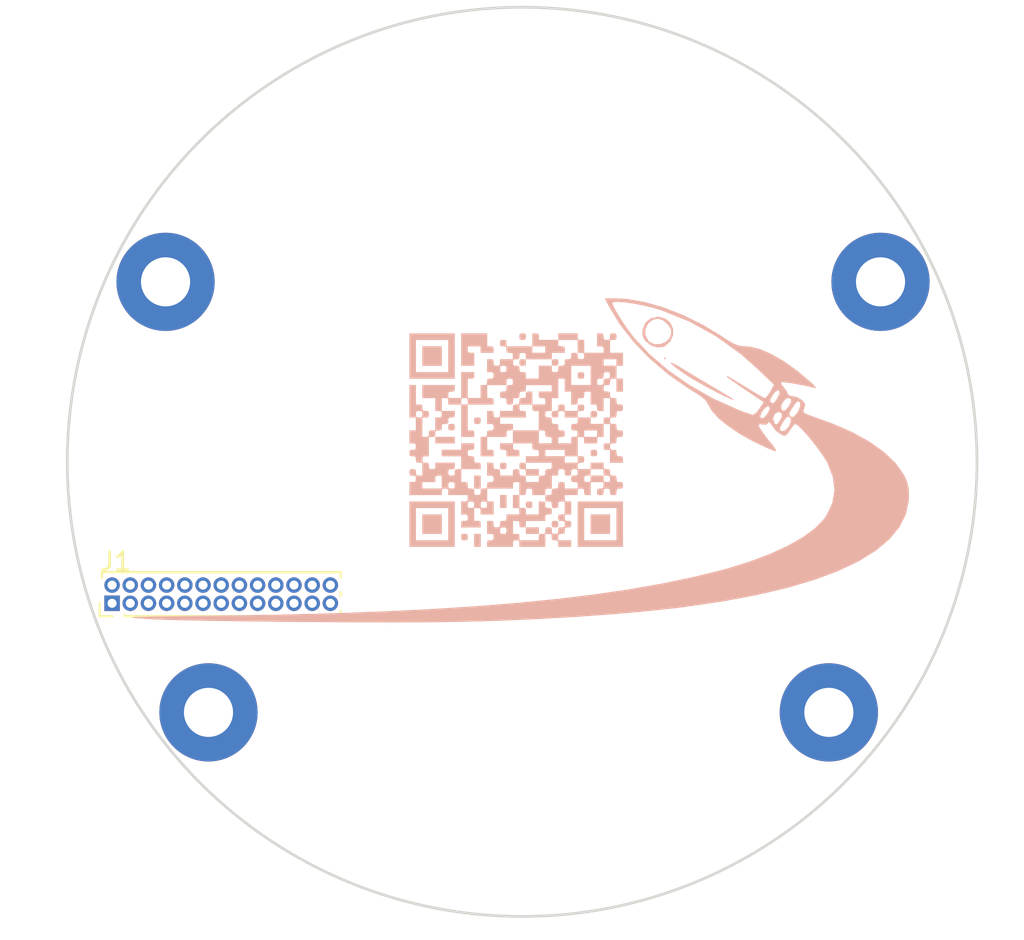
<source format=kicad_pcb>
(kicad_pcb (version 20171130) (host pcbnew "(5.1.0)-1")

  (general
    (thickness 1.6)
    (drawings 2)
    (tracks 4)
    (zones 0)
    (modules 7)
    (nets 22)
  )

  (page A4)
  (layers
    (0 F.Cu signal)
    (1 Ground_Plane power hide)
    (2 Power_Plane mixed)
    (31 B.Cu signal)
    (33 F.Adhes user)
    (34 B.Paste user)
    (35 F.Paste user hide)
    (36 B.SilkS user)
    (37 F.SilkS user)
    (38 B.Mask user hide)
    (39 F.Mask user hide)
    (44 Edge.Cuts user)
    (45 Margin user hide)
  )

  (setup
    (last_trace_width 0.25)
    (user_trace_width 0.5)
    (user_trace_width 0.75)
    (user_trace_width 1)
    (user_trace_width 1.2)
    (trace_clearance 0.2)
    (zone_clearance 0.508)
    (zone_45_only no)
    (trace_min 0.2)
    (via_size 0.6)
    (via_drill 0.4)
    (via_min_size 0.4)
    (via_min_drill 0.3)
    (user_via 0.8 0.6)
    (user_via 1 0.8)
    (user_via 1.2 0.9)
    (user_via 1.5 1.1)
    (uvia_size 0.3)
    (uvia_drill 0.1)
    (uvias_allowed no)
    (uvia_min_size 0.2)
    (uvia_min_drill 0.1)
    (edge_width 0.15)
    (segment_width 0.2)
    (pcb_text_width 0.3)
    (pcb_text_size 1.5 1.5)
    (mod_edge_width 0.15)
    (mod_text_size 1 1)
    (mod_text_width 0.15)
    (pad_size 2.5 2)
    (pad_drill 0)
    (pad_to_mask_clearance 0.2)
    (aux_axis_origin 0 0)
    (visible_elements 7FFFFE7F)
    (pcbplotparams
      (layerselection 0x00030_80000001)
      (usegerberextensions false)
      (usegerberattributes false)
      (usegerberadvancedattributes false)
      (creategerberjobfile false)
      (excludeedgelayer true)
      (linewidth 0.100000)
      (plotframeref false)
      (viasonmask false)
      (mode 1)
      (useauxorigin false)
      (hpglpennumber 1)
      (hpglpenspeed 20)
      (hpglpendiameter 15.000000)
      (psnegative false)
      (psa4output false)
      (plotreference true)
      (plotvalue true)
      (plotinvisibletext false)
      (padsonsilk false)
      (subtractmaskfromsilk false)
      (outputformat 1)
      (mirror false)
      (drillshape 1)
      (scaleselection 1)
      (outputdirectory ""))
  )

  (net 0 "")
  (net 1 GND)
  (net 2 +3V3)
  (net 3 /USB_D-)
  (net 4 /SCL)
  (net 5 /USB_D+)
  (net 6 /SDA)
  (net 7 /SD_CS)
  (net 8 /MAX_M8_TX)
  (net 9 /RADIO_CS)
  (net 10 /MAX_M8_RX)
  (net 11 /LORA_INTERRUPT)
  (net 12 /LORA_RESET)
  (net 13 /A3)
  (net 14 /A2)
  (net 15 /A1)
  (net 16 /BUZZER)
  (net 17 /MOSI)
  (net 18 /SWDIO)
  (net 19 /SCK)
  (net 20 /SWCLK)
  (net 21 /MISO)

  (net_class Default "This is the default net class."
    (clearance 0.2)
    (trace_width 0.25)
    (via_dia 0.6)
    (via_drill 0.4)
    (uvia_dia 0.3)
    (uvia_drill 0.1)
    (add_net +3V3)
    (add_net /A1)
    (add_net /A2)
    (add_net /A3)
    (add_net /BUZZER)
    (add_net /LORA_INTERRUPT)
    (add_net /LORA_RESET)
    (add_net /MAX_M8_RX)
    (add_net /MAX_M8_TX)
    (add_net /MISO)
    (add_net /MOSI)
    (add_net /RADIO_CS)
    (add_net /SCK)
    (add_net /SCL)
    (add_net /SDA)
    (add_net /SD_CS)
    (add_net /SWCLK)
    (add_net /SWDIO)
    (add_net /USB_D+)
    (add_net /USB_D-)
    (add_net GND)
  )

  (module RocketShopLogos:CycloneRocketrySwoosh (layer B.Cu) (tedit 0) (tstamp 5CA44428)
    (at 40.14 105 180)
    (fp_text reference G*** (at 0 0 180) (layer B.SilkS) hide
      (effects (font (size 1.524 1.524) (thickness 0.3)) (justify mirror))
    )
    (fp_text value LOGO (at 0.75 0 180) (layer B.SilkS) hide
      (effects (font (size 1.524 1.524) (thickness 0.3)) (justify mirror))
    )
    (fp_poly (pts (xy -9.867436 10.3378) (xy -10.460882 9.35358) (xy -11.225932 8.378132) (xy -12.132166 7.442081)
      (xy -13.149167 6.576049) (xy -14.246516 5.810661) (xy -14.542493 5.631185) (xy -14.945131 5.371188)
      (xy -15.194985 5.145905) (xy -15.3302 4.920501) (xy -15.335086 4.907358) (xy -15.543282 4.555347)
      (xy -15.916113 4.159551) (xy -16.42603 3.742178) (xy -17.045484 3.325437) (xy -17.746925 2.931538)
      (xy -17.851351 2.878857) (xy -18.289938 2.666846) (xy -18.660609 2.499311) (xy -18.927252 2.391731)
      (xy -19.053753 2.359589) (xy -19.057902 2.361635) (xy -19.032037 2.464092) (xy -18.902292 2.65828)
      (xy -18.821187 2.757931) (xy -18.560729 3.077827) (xy -18.329452 3.389866) (xy -18.160194 3.647036)
      (xy -18.085795 3.802326) (xy -18.0848 3.812129) (xy -18.169584 3.84977) (xy -18.338801 3.835934)
      (xy -18.527593 3.828967) (xy -18.592801 3.87489) (xy -18.638881 3.965508) (xy -18.74542 3.911064)
      (xy -18.864862 3.738609) (xy -18.876887 3.713287) (xy -19.048275 3.488992) (xy -19.292094 3.308157)
      (xy -19.489378 3.218377) (xy -19.613169 3.234477) (xy -19.735957 3.384064) (xy -19.812785 3.506471)
      (xy -19.968807 3.728377) (xy -20.092225 3.85178) (xy -20.116857 3.8608) (xy -20.251869 3.783057)
      (xy -20.472707 3.573669) (xy -20.750025 3.268399) (xy -21.054477 2.903012) (xy -21.356715 2.513272)
      (xy -21.627393 2.134941) (xy -21.837166 1.803783) (xy -21.899657 1.68815) (xy -22.183475 0.933788)
      (xy -22.266762 0.205268) (xy -22.149774 -0.493871) (xy -21.832765 -1.160093) (xy -21.678932 -1.379177)
      (xy -21.207182 -1.86891) (xy -20.549409 -2.35435) (xy -19.722749 -2.827048) (xy -18.744335 -3.278557)
      (xy -17.631302 -3.700428) (xy -16.400786 -4.084214) (xy -15.936728 -4.210279) (xy -14.390317 -4.58498)
      (xy -12.740089 -4.92628) (xy -10.977118 -5.234987) (xy -9.092478 -5.51191) (xy -7.077242 -5.757856)
      (xy -4.922485 -5.973635) (xy -2.619279 -6.160053) (xy -0.158699 -6.317919) (xy 2.468183 -6.448042)
      (xy 5.270291 -6.551228) (xy 8.256553 -6.628288) (xy 11.3284 -6.678723) (xy 12.55248 -6.693868)
      (xy 13.584143 -6.707145) (xy 14.434155 -6.719054) (xy 15.113286 -6.730096) (xy 15.632303 -6.740772)
      (xy 16.001974 -6.751581) (xy 16.233068 -6.763024) (xy 16.336352 -6.775601) (xy 16.322595 -6.789813)
      (xy 16.202565 -6.80616) (xy 15.98703 -6.825143) (xy 15.686758 -6.847262) (xy 15.3924 -6.867576)
      (xy 14.98398 -6.888678) (xy 14.394187 -6.909485) (xy 13.644845 -6.929758) (xy 12.757782 -6.949261)
      (xy 11.754822 -6.967756) (xy 10.657792 -6.985008) (xy 9.488517 -7.000778) (xy 8.268824 -7.014829)
      (xy 7.020538 -7.026925) (xy 5.765486 -7.036829) (xy 4.525494 -7.044303) (xy 3.322386 -7.049111)
      (xy 2.17799 -7.051016) (xy 1.114131 -7.04978) (xy 0.152635 -7.045166) (xy -0.4572 -7.039696)
      (xy -2.356086 -7.004163) (xy -4.299383 -6.940661) (xy -6.248953 -6.851547) (xy -8.166658 -6.739175)
      (xy -10.014358 -6.605901) (xy -11.753915 -6.454082) (xy -13.34719 -6.286073) (xy -14.051608 -6.200009)
      (xy -16.108485 -5.899358) (xy -17.982371 -5.549922) (xy -19.671707 -5.152474) (xy -21.174932 -4.707785)
      (xy -22.490486 -4.216628) (xy -23.61681 -3.679776) (xy -24.552344 -3.098) (xy -25.295529 -2.472073)
      (xy -25.844803 -1.802767) (xy -26.198608 -1.090855) (xy -26.355384 -0.337109) (xy -26.363764 -0.103736)
      (xy -26.341276 0.338094) (xy -26.257758 0.689428) (xy -26.085721 1.060183) (xy -26.061688 1.104197)
      (xy -25.621329 1.71884) (xy -24.995521 2.314911) (xy -24.201905 2.880579) (xy -23.258119 3.404008)
      (xy -22.181805 3.873365) (xy -21.839727 3.997694) (xy -19.868861 3.997694) (xy -19.780555 3.754412)
      (xy -19.757236 3.716609) (xy -19.566047 3.512244) (xy -19.381262 3.455814) (xy -19.266136 3.53507)
      (xy -19.28315 3.667061) (xy -19.386756 3.878451) (xy -19.530564 4.094994) (xy -19.668187 4.242444)
      (xy -19.723566 4.2672) (xy -19.848593 4.189424) (xy -19.868861 3.997694) (xy -21.839727 3.997694)
      (xy -21.6408 4.069994) (xy -21.223957 4.216903) (xy -20.879169 4.346498) (xy -20.652221 4.441126)
      (xy -20.589988 4.47516) (xy -20.563934 4.611931) (xy -20.61146 4.750273) (xy -20.638955 4.854658)
      (xy -20.390249 4.854658) (xy -20.300262 4.604459) (xy -20.215821 4.466777) (xy -20.049278 4.270129)
      (xy -19.924756 4.232759) (xy -19.857076 4.271951) (xy -19.786336 4.376057) (xy -19.793182 4.40585)
      (xy -19.387615 4.40585) (xy -19.369295 4.237731) (xy -19.237543 4.003564) (xy -19.102401 3.840278)
      (xy -19.008475 3.84925) (xy -18.985099 3.880138) (xy -18.905718 4.103126) (xy -18.899156 4.17068)
      (xy -18.967825 4.385601) (xy -19.131694 4.507099) (xy -19.265581 4.502391) (xy -19.387615 4.40585)
      (xy -19.793182 4.40585) (xy -19.8214 4.52865) (xy -19.946869 4.74711) (xy -20.109996 4.972085)
      (xy -20.219836 5.078036) (xy -19.886837 5.078036) (xy -19.749515 4.822426) (xy -19.572489 4.613059)
      (xy -19.431374 4.593758) (xy -19.348813 4.683288) (xy -19.347334 4.708951) (xy -18.714158 4.708951)
      (xy -18.612172 4.468773) (xy -18.454023 4.261787) (xy -18.30287 4.168386) (xy -18.204145 4.20747)
      (xy -18.18866 4.2926) (xy -18.249617 4.476537) (xy -18.388914 4.671465) (xy -18.54957 4.81337)
      (xy -18.674431 4.838342) (xy -18.714158 4.708951) (xy -19.347334 4.708951) (xy -19.338329 4.865114)
      (xy -19.441954 5.079618) (xy -19.607022 5.243384) (xy -19.727569 5.2832) (xy -19.884427 5.234179)
      (xy -19.886837 5.078036) (xy -20.219836 5.078036) (xy -20.243303 5.100672) (xy -20.272877 5.111924)
      (xy -20.382741 5.042127) (xy -20.390249 4.854658) (xy -20.638955 4.854658) (xy -20.657684 4.92576)
      (xy -20.5604 5.094564) (xy -20.487324 5.167581) (xy -20.231799 5.326102) (xy -19.983252 5.384801)
      (xy -19.783579 5.423375) (xy -19.710401 5.505252) (xy -19.695616 5.54048) (xy -19.25134 5.54048)
      (xy -19.140852 5.292364) (xy -18.972577 5.050798) (xy -18.847114 4.987529) (xy -18.744772 5.080694)
      (xy -18.748359 5.223242) (xy -18.846778 5.41701) (xy -18.992722 5.600477) (xy -19.138884 5.712121)
      (xy -19.22605 5.706591) (xy -19.25134 5.54048) (xy -19.695616 5.54048) (xy -19.646034 5.658609)
      (xy -19.491127 5.859108) (xy -19.489867 5.860452) (xy -19.368938 6.020732) (xy -18.943779 6.020732)
      (xy -18.745186 5.651966) (xy -18.600642 5.421609) (xy -18.480137 5.292944) (xy -18.4537 5.2832)
      (xy -18.333108 5.333959) (xy -18.082333 5.470793) (xy -17.742534 5.670543) (xy -17.486205 5.827639)
      (xy -17.02707 6.112907) (xy -16.712835 6.305808) (xy -16.516136 6.421749) (xy -16.409607 6.476137)
      (xy -16.365886 6.48438) (xy -16.3576 6.463097) (xy -16.437114 6.390285) (xy -16.653663 6.229833)
      (xy -16.974256 6.005375) (xy -17.365905 5.740546) (xy -17.369469 5.738173) (xy -18.381337 5.064545)
      (xy -18.156869 4.717931) (xy -17.984236 4.498404) (xy -17.830295 4.377894) (xy -17.797329 4.370058)
      (xy -17.640474 4.405023) (xy -17.355943 4.498127) (xy -17.003748 4.629643) (xy -16.984529 4.637233)
      (xy -15.609119 5.257177) (xy -14.313997 5.989633) (xy -13.129719 6.813443) (xy -12.086841 7.707448)
      (xy -11.250845 8.607472) (xy -10.976629 8.964709) (xy -10.697249 9.36479) (xy -10.439355 9.764949)
      (xy -10.229597 10.12242) (xy -10.094626 10.394437) (xy -10.0584 10.520988) (xy -10.150315 10.573651)
      (xy -10.400335 10.581076) (xy -10.769878 10.549049) (xy -11.220362 10.483358) (xy -11.713202 10.389789)
      (xy -12.209816 10.274129) (xy -12.67162 10.142166) (xy -12.745605 10.117953) (xy -14.297143 9.493046)
      (xy -15.755382 8.687787) (xy -17.120938 7.701801) (xy -18.01825 6.907481) (xy -18.943779 6.020732)
      (xy -19.368938 6.020732) (xy -19.355172 6.038977) (xy -19.328004 6.153199) (xy -19.331038 6.156904)
      (xy -19.447518 6.162536) (xy -19.709025 6.133203) (xy -20.062255 6.078164) (xy -20.453906 6.006675)
      (xy -20.830674 5.927995) (xy -21.139257 5.85138) (xy -21.208469 5.830842) (xy -21.240347 5.859068)
      (xy -21.14016 5.989599) (xy -20.9804 6.146614) (xy -20.225222 6.785107) (xy -19.480126 7.315672)
      (xy -18.76991 7.724518) (xy -18.119371 7.997856) (xy -17.553306 8.121896) (xy -17.417419 8.128)
      (xy -17.156939 8.139924) (xy -16.928539 8.190285) (xy -16.679865 8.300971) (xy -16.358565 8.49387)
      (xy -16.042953 8.702622) (xy -15.037951 9.312822) (xy -13.979187 9.835112) (xy -12.906272 10.255352)
      (xy -11.858818 10.5594) (xy -10.876435 10.733117) (xy -10.252893 10.7696) (xy -9.647871 10.7696)
      (xy -9.867436 10.3378)) (layer B.SilkS) (width 0.01))
    (fp_poly (pts (xy -13.337357 7.136035) (xy -13.545203 6.96255) (xy -13.881502 6.717259) (xy -14.138533 6.542476)
      (xy -14.459999 6.34143) (xy -14.863349 6.107514) (xy -15.308136 5.861965) (xy -15.753913 5.626025)
      (xy -16.160235 5.420931) (xy -16.486655 5.267925) (xy -16.692727 5.188246) (xy -16.730023 5.1816)
      (xy -16.681749 5.228752) (xy -16.488151 5.35706) (xy -16.1803 5.546804) (xy -15.798299 5.773002)
      (xy -15.272921 6.082341) (xy -14.699076 6.425587) (xy -14.164852 6.749848) (xy -13.9192 6.901327)
      (xy -13.548884 7.120359) (xy -13.332762 7.225469) (xy -13.264398 7.227184) (xy -13.337357 7.136035)) (layer B.SilkS) (width 0.01))
    (fp_poly (pts (xy -12.9032 7.4676) (xy -12.954 7.4168) (xy -13.0048 7.4676) (xy -12.954 7.5184)
      (xy -12.9032 7.4676)) (layer B.SilkS) (width 0.01))
    (fp_poly (pts (xy -12.157516 9.667096) (xy -11.869265 9.420145) (xy -11.7213 9.034769) (xy -11.714055 8.727771)
      (xy -11.8358 8.479995) (xy -11.90219 8.39966) (xy -12.208893 8.166473) (xy -12.56452 8.065977)
      (xy -12.896962 8.115636) (xy -12.954 8.144931) (xy -13.250103 8.414585) (xy -13.392243 8.74501)
      (xy -13.391948 8.913777) (xy -13.3096 8.913777) (xy -13.222025 8.603538) (xy -12.997802 8.374231)
      (xy -12.694689 8.247651) (xy -12.370443 8.245591) (xy -12.08282 8.389844) (xy -12.038414 8.434112)
      (xy -11.873984 8.743042) (xy -11.871697 9.073665) (xy -12.00807 9.371507) (xy -12.259617 9.582095)
      (xy -12.563474 9.652) (xy -12.839023 9.566168) (xy -13.09864 9.353957) (xy -13.273669 9.083299)
      (xy -13.3096 8.913777) (xy -13.391948 8.913777) (xy -13.391638 9.089999) (xy -13.259506 9.403342)
      (xy -13.007064 9.638834) (xy -12.64553 9.750265) (xy -12.563474 9.7536) (xy -12.157516 9.667096)) (layer B.SilkS) (width 0.01))
  )

  (module RocketShopLogos:QRcode (layer B.Cu) (tedit 0) (tstamp 5C4D16D9)
    (at 44.94 102)
    (fp_text reference G*** (at 0 0) (layer B.SilkS) hide
      (effects (font (size 1.524 1.524) (thickness 0.3)) (justify mirror))
    )
    (fp_text value LOGO (at 0.75 0) (layer B.SilkS) hide
      (effects (font (size 1.524 1.524) (thickness 0.3)) (justify mirror))
    )
    (fp_poly (pts (xy -3.4036 -5.842) (xy -5.8928 -5.842) (xy -5.8928 -3.7084) (xy -5.5372 -3.7084)
      (xy -5.5372 -5.4864) (xy -3.7592 -5.4864) (xy -3.7592 -3.7084) (xy -5.5372 -3.7084)
      (xy -5.8928 -3.7084) (xy -5.8928 -3.3528) (xy -3.4036 -3.3528) (xy -3.4036 -5.842)) (layer B.SilkS) (width 0.01))
    (fp_poly (pts (xy -2.3368 -4.7752) (xy -2.5146 -4.7752) (xy -2.633768 -4.783063) (xy -2.682639 -4.827431)
      (xy -2.692378 -4.939466) (xy -2.6924 -4.953) (xy -2.6924 -5.1308) (xy -1.9812 -5.1308)
      (xy -1.9812 -4.7752) (xy -1.27 -4.7752) (xy -1.27 -4.953) (xy -1.277864 -5.072167)
      (xy -1.322232 -5.121038) (xy -1.434267 -5.130777) (xy -1.4478 -5.1308) (xy -1.6256 -5.1308)
      (xy -1.6256 -5.842) (xy -3.048 -5.842) (xy -3.048 -4.064) (xy -2.3368 -4.064)
      (xy -2.3368 -4.7752)) (layer B.SilkS) (width 0.01))
    (fp_poly (pts (xy 0.449367 -5.494263) (xy 0.498238 -5.538631) (xy 0.507977 -5.650666) (xy 0.508 -5.6642)
      (xy 0.500136 -5.783367) (xy 0.455768 -5.832238) (xy 0.343733 -5.841977) (xy 0.3302 -5.842)
      (xy 0.211032 -5.834136) (xy 0.162161 -5.789768) (xy 0.152422 -5.677733) (xy 0.1524 -5.6642)
      (xy 0.160263 -5.545032) (xy 0.204631 -5.496161) (xy 0.316666 -5.486422) (xy 0.3302 -5.4864)
      (xy 0.449367 -5.494263)) (layer B.SilkS) (width 0.01))
    (fp_poly (pts (xy 5.842 -3.3528) (xy 5.4864 -3.3528) (xy 5.4864 -2.6416) (xy 5.842 -2.6416)
      (xy 5.842 -3.3528)) (layer B.SilkS) (width 0.01))
    (fp_poly (pts (xy 5.842 -4.064) (xy 5.842 -4.7752) (xy 5.1308 -4.7752) (xy 5.1308 -5.4864)
      (xy 5.3086 -5.4864) (xy 5.427767 -5.494263) (xy 5.476638 -5.538631) (xy 5.486377 -5.650666)
      (xy 5.4864 -5.6642) (xy 5.478536 -5.783367) (xy 5.434168 -5.832238) (xy 5.322133 -5.841977)
      (xy 5.3086 -5.842) (xy 5.189432 -5.834136) (xy 5.140561 -5.789768) (xy 5.130822 -5.677733)
      (xy 5.1308 -5.6642) (xy 5.122936 -5.545032) (xy 5.078568 -5.496161) (xy 4.966533 -5.486422)
      (xy 4.953 -5.4864) (xy 4.833832 -5.494263) (xy 4.784961 -5.538631) (xy 4.775222 -5.650666)
      (xy 4.7752 -5.6642) (xy 4.767336 -5.783367) (xy 4.722968 -5.832238) (xy 4.610933 -5.841977)
      (xy 4.5974 -5.842) (xy 4.4196 -5.842) (xy 4.4196 -5.1308) (xy 4.5974 -5.1308)
      (xy 4.716567 -5.122936) (xy 4.765438 -5.078568) (xy 4.775177 -4.966533) (xy 4.7752 -4.953)
      (xy 4.7752 -4.7752) (xy 3.7084 -4.7752) (xy 3.7084 -5.4864) (xy 3.5306 -5.4864)
      (xy 3.411432 -5.494263) (xy 3.362561 -5.538631) (xy 3.352822 -5.650666) (xy 3.3528 -5.6642)
      (xy 3.3528 -5.842) (xy 2.286 -5.842) (xy 2.286 -5.4864) (xy 1.2192 -5.4864)
      (xy 1.2192 -5.6642) (xy 1.211336 -5.783367) (xy 1.166968 -5.832238) (xy 1.054933 -5.841977)
      (xy 1.0414 -5.842) (xy 0.8636 -5.842) (xy 0.8636 -5.1308) (xy -0.5588 -5.1308)
      (xy -0.5588 -5.3086) (xy -0.566664 -5.427767) (xy -0.611032 -5.476638) (xy -0.723067 -5.486377)
      (xy -0.7366 -5.4864) (xy -0.855768 -5.478536) (xy -0.904639 -5.434168) (xy -0.914378 -5.322133)
      (xy -0.9144 -5.3086) (xy -0.906537 -5.189432) (xy -0.862169 -5.140561) (xy -0.750134 -5.130822)
      (xy -0.7366 -5.1308) (xy -0.617433 -5.122936) (xy -0.568562 -5.078568) (xy -0.558823 -4.966533)
      (xy -0.5588 -4.953) (xy -0.550937 -4.833832) (xy -0.506569 -4.784961) (xy -0.394534 -4.775222)
      (xy -0.381 -4.7752) (xy -0.261833 -4.767336) (xy -0.212962 -4.722968) (xy -0.203223 -4.610933)
      (xy -0.2032 -4.5974) (xy -0.2032 -4.4196) (xy -0.9144 -4.4196) (xy -0.9144 -4.2418)
      (xy -0.2032 -4.2418) (xy -0.195337 -4.360967) (xy -0.150969 -4.409838) (xy -0.038934 -4.419577)
      (xy -0.0254 -4.4196) (xy 0.093767 -4.427463) (xy 0.142638 -4.471831) (xy 0.152377 -4.583866)
      (xy 0.1524 -4.5974) (xy 0.160263 -4.716567) (xy 0.204631 -4.765438) (xy 0.316666 -4.775177)
      (xy 0.3302 -4.7752) (xy 0.8636 -4.7752) (xy 0.8636 -5.1308) (xy 1.5748 -5.1308)
      (xy 1.5748 -4.7752) (xy 0.8636 -4.7752) (xy 0.3302 -4.7752) (xy 0.449367 -4.767336)
      (xy 0.498238 -4.722968) (xy 0.507977 -4.610933) (xy 0.508 -4.5974) (xy 0.508 -4.4196)
      (xy 1.9304 -4.4196) (xy 1.9304 -4.7752) (xy 2.6416 -4.7752) (xy 2.6416 -4.953)
      (xy 2.633736 -5.072167) (xy 2.589368 -5.121038) (xy 2.477333 -5.130777) (xy 2.4638 -5.1308)
      (xy 2.344632 -5.138663) (xy 2.295761 -5.183031) (xy 2.286022 -5.295066) (xy 2.286 -5.3086)
      (xy 2.286 -5.4864) (xy 3.3528 -5.4864) (xy 3.3528 -4.7752) (xy 3.5306 -4.7752)
      (xy 3.649767 -4.767336) (xy 3.698638 -4.722968) (xy 3.708377 -4.610933) (xy 3.7084 -4.5974)
      (xy 3.700536 -4.478232) (xy 3.656168 -4.429361) (xy 3.544133 -4.419622) (xy 3.5306 -4.4196)
      (xy 3.411432 -4.427463) (xy 3.362561 -4.471831) (xy 3.352822 -4.583866) (xy 3.3528 -4.5974)
      (xy 3.344936 -4.716567) (xy 3.300568 -4.765438) (xy 3.188533 -4.775177) (xy 3.175 -4.7752)
      (xy 3.055832 -4.767336) (xy 3.006961 -4.722968) (xy 2.997222 -4.610933) (xy 2.9972 -4.5974)
      (xy 2.989336 -4.478232) (xy 2.944968 -4.429361) (xy 2.832933 -4.419622) (xy 2.8194 -4.4196)
      (xy 2.700232 -4.411736) (xy 2.651361 -4.367368) (xy 2.641622 -4.255333) (xy 2.6416 -4.2418)
      (xy 2.633736 -4.122632) (xy 2.589368 -4.073761) (xy 2.477333 -4.064022) (xy 2.4638 -4.064)
      (xy 2.344632 -4.056136) (xy 2.295761 -4.011768) (xy 2.286022 -3.899733) (xy 2.286 -3.8862)
      (xy 2.278136 -3.767032) (xy 2.233768 -3.718161) (xy 2.121733 -3.708422) (xy 2.1082 -3.7084)
      (xy 1.989032 -3.716263) (xy 1.940161 -3.760631) (xy 1.930422 -3.872666) (xy 1.9304 -3.8862)
      (xy 1.9304 -4.064) (xy 1.2192 -4.064) (xy 1.2192 -3.3528) (xy 0.508 -3.3528)
      (xy 0.508 -3.5306) (xy 0.500136 -3.649767) (xy 0.455768 -3.698638) (xy 0.343733 -3.708377)
      (xy 0.3302 -3.7084) (xy 0.211032 -3.716263) (xy 0.162161 -3.760631) (xy 0.152422 -3.872666)
      (xy 0.1524 -3.8862) (xy 0.144536 -4.005367) (xy 0.100168 -4.054238) (xy -0.011867 -4.063977)
      (xy -0.0254 -4.064) (xy -0.144568 -4.071863) (xy -0.193439 -4.116231) (xy -0.203178 -4.228266)
      (xy -0.2032 -4.2418) (xy -0.9144 -4.2418) (xy -0.922264 -4.122632) (xy -0.966632 -4.073761)
      (xy -1.078667 -4.064022) (xy -1.0922 -4.064) (xy -1.211368 -4.071863) (xy -1.260239 -4.116231)
      (xy -1.269978 -4.228266) (xy -1.27 -4.2418) (xy -1.277864 -4.360967) (xy -1.322232 -4.409838)
      (xy -1.434267 -4.419577) (xy -1.4478 -4.4196) (xy -1.6256 -4.4196) (xy -1.6256 -3.8862)
      (xy -0.9144 -3.8862) (xy -0.906537 -4.005367) (xy -0.862169 -4.054238) (xy -0.750134 -4.063977)
      (xy -0.7366 -4.064) (xy -0.617433 -4.056136) (xy -0.568562 -4.011768) (xy -0.558823 -3.899733)
      (xy -0.5588 -3.8862) (xy -0.566664 -3.767032) (xy -0.611032 -3.718161) (xy -0.723067 -3.708422)
      (xy -0.7366 -3.7084) (xy -0.855768 -3.716263) (xy -0.904639 -3.760631) (xy -0.914378 -3.872666)
      (xy -0.9144 -3.8862) (xy -1.6256 -3.8862) (xy -1.6256 -3.7084) (xy -1.4478 -3.7084)
      (xy -1.328633 -3.700536) (xy -1.279762 -3.656168) (xy -1.270023 -3.544133) (xy -1.27 -3.5306)
      (xy -1.277864 -3.411432) (xy -1.322232 -3.362561) (xy -1.434267 -3.352822) (xy -1.4478 -3.3528)
      (xy -1.566968 -3.344936) (xy -1.615839 -3.300568) (xy -1.625578 -3.188533) (xy -1.6256 -3.175)
      (xy -1.633464 -3.055832) (xy -1.677832 -3.006961) (xy -1.789867 -2.997222) (xy -1.8034 -2.9972)
      (xy -1.9812 -2.9972) (xy -1.9812 -2.286) (xy -2.6924 -2.286) (xy -2.6924 -3.3528)
      (xy -2.5146 -3.3528) (xy -2.395433 -3.360663) (xy -2.346562 -3.405031) (xy -2.336823 -3.517066)
      (xy -2.3368 -3.5306) (xy -2.3368 -3.7084) (xy -3.048 -3.7084) (xy -3.048 -2.286)
      (xy -3.7592 -2.286) (xy -3.7592 -2.4638) (xy -3.751337 -2.582967) (xy -3.706969 -2.631838)
      (xy -3.594934 -2.641577) (xy -3.5814 -2.6416) (xy -3.462233 -2.649463) (xy -3.413362 -2.693831)
      (xy -3.403623 -2.805866) (xy -3.4036 -2.8194) (xy -3.4036 -2.9972) (xy -5.1816 -2.9972)
      (xy -5.1816 -2.286) (xy -4.4704 -2.286) (xy -4.4704 -1.5748) (xy -4.2926 -1.5748)
      (xy -4.173433 -1.566936) (xy -4.124562 -1.522568) (xy -4.114823 -1.410533) (xy -4.1148 -1.397)
      (xy -4.122664 -1.277832) (xy -4.167032 -1.228961) (xy -4.279067 -1.219222) (xy -4.2926 -1.2192)
      (xy -4.4704 -1.2192) (xy -4.4704 -0.508) (xy -4.6482 -0.508) (xy -4.767368 -0.500136)
      (xy -4.816239 -0.455768) (xy -4.825978 -0.343733) (xy -4.826 -0.3302) (xy -4.833864 -0.211032)
      (xy -4.878232 -0.162161) (xy -4.990267 -0.152422) (xy -5.0038 -0.1524) (xy -5.1816 -0.1524)
      (xy -5.1816 -1.2192) (xy -5.0038 -1.2192) (xy -4.884633 -1.227063) (xy -4.835762 -1.271431)
      (xy -4.826023 -1.383466) (xy -4.826 -1.397) (xy -4.833864 -1.516167) (xy -4.878232 -1.565038)
      (xy -4.990267 -1.574777) (xy -5.0038 -1.5748) (xy -5.122968 -1.582663) (xy -5.171839 -1.627031)
      (xy -5.181578 -1.739066) (xy -5.1816 -1.7526) (xy -5.189464 -1.871767) (xy -5.233832 -1.920638)
      (xy -5.345867 -1.930377) (xy -5.3594 -1.9304) (xy -5.5372 -1.9304) (xy -5.5372 -2.9972)
      (xy -5.8928 -2.9972) (xy -5.8928 -1.397) (xy -5.5372 -1.397) (xy -5.529337 -1.516167)
      (xy -5.484969 -1.565038) (xy -5.372934 -1.574777) (xy -5.3594 -1.5748) (xy -5.240233 -1.566936)
      (xy -5.191362 -1.522568) (xy -5.181623 -1.410533) (xy -5.1816 -1.397) (xy -5.189464 -1.277832)
      (xy -5.233832 -1.228961) (xy -5.345867 -1.219222) (xy -5.3594 -1.2192) (xy -5.478568 -1.227063)
      (xy -5.527439 -1.271431) (xy -5.537178 -1.383466) (xy -5.5372 -1.397) (xy -5.8928 -1.397)
      (xy -5.8928 -1.2192) (xy -5.5372 -1.2192) (xy -5.5372 -0.508) (xy -5.8928 -0.508)
      (xy -5.8928 0.2032) (xy -5.715 0.2032) (xy -5.595833 0.211064) (xy -5.546962 0.255432)
      (xy -5.537223 0.367467) (xy -5.5372 0.381) (xy -5.545064 0.500168) (xy -5.589432 0.549039)
      (xy -5.701467 0.558778) (xy -5.715 0.5588) (xy -5.834168 0.566664) (xy -5.883039 0.611032)
      (xy -5.892778 0.723067) (xy -5.8928 0.7366) (xy -5.884937 0.855768) (xy -5.840569 0.904639)
      (xy -5.728534 0.914378) (xy -5.715 0.9144) (xy -5.595833 0.922264) (xy -5.546962 0.966632)
      (xy -5.537223 1.078667) (xy -5.5372 1.0922) (xy -5.1816 1.0922) (xy -5.173737 0.973033)
      (xy -5.129369 0.924162) (xy -5.017334 0.914423) (xy -5.0038 0.9144) (xy -4.826 0.9144)
      (xy -4.826 -0.1524) (xy -4.6482 -0.1524) (xy -4.529033 -0.160263) (xy -4.480162 -0.204631)
      (xy -4.470423 -0.316666) (xy -4.4704 -0.3302) (xy -4.462537 -0.449367) (xy -4.418169 -0.498238)
      (xy -4.306134 -0.507977) (xy -4.2926 -0.508) (xy -4.173433 -0.515863) (xy -4.124562 -0.560231)
      (xy -4.114823 -0.672266) (xy -4.1148 -0.6858) (xy -4.106937 -0.804967) (xy -4.062569 -0.853838)
      (xy -3.950534 -0.863577) (xy -3.937 -0.8636) (xy -3.817833 -0.871463) (xy -3.768962 -0.915831)
      (xy -3.759223 -1.027866) (xy -3.7592 -1.0414) (xy -3.751337 -1.160567) (xy -3.706969 -1.209438)
      (xy -3.594934 -1.219177) (xy -3.5814 -1.2192) (xy -3.462233 -1.227063) (xy -3.413362 -1.271431)
      (xy -3.403623 -1.383466) (xy -3.4036 -1.397) (xy -3.4036 -1.5748) (xy -4.1148 -1.5748)
      (xy -4.1148 -2.286) (xy -3.937 -2.286) (xy -3.817833 -2.278136) (xy -3.768962 -2.233768)
      (xy -3.759223 -2.121733) (xy -3.7592 -2.1082) (xy -3.7592 -1.9304) (xy -3.048 -1.9304)
      (xy -3.048 -2.1082) (xy -3.040137 -2.227367) (xy -2.995769 -2.276238) (xy -2.883734 -2.285977)
      (xy -2.8702 -2.286) (xy -2.751033 -2.278136) (xy -2.702162 -2.233768) (xy -2.692423 -2.121733)
      (xy -2.6924 -2.1082) (xy -2.6924 -1.9304) (xy -1.27 -1.9304) (xy -1.27 -2.1082)
      (xy -1.277864 -2.227367) (xy -1.322232 -2.276238) (xy -1.434267 -2.285977) (xy -1.4478 -2.286)
      (xy -1.6256 -2.286) (xy -1.6256 -2.9972) (xy -0.5588 -2.9972) (xy -0.5588 -3.175)
      (xy -0.550937 -3.294167) (xy -0.506569 -3.343038) (xy -0.394534 -3.352777) (xy -0.381 -3.3528)
      (xy -0.261833 -3.344936) (xy -0.212962 -3.300568) (xy -0.203223 -3.188533) (xy -0.2032 -3.175)
      (xy -0.211064 -3.055832) (xy -0.255432 -3.006961) (xy -0.367467 -2.997222) (xy -0.381 -2.9972)
      (xy -0.500168 -2.989336) (xy -0.549039 -2.944968) (xy -0.558778 -2.832933) (xy -0.5588 -2.8194)
      (xy -0.566664 -2.700232) (xy -0.611032 -2.651361) (xy -0.723067 -2.641622) (xy -0.7366 -2.6416)
      (xy -0.855768 -2.633736) (xy -0.904639 -2.589368) (xy -0.914378 -2.477333) (xy -0.9144 -2.4638)
      (xy -0.906537 -2.344632) (xy -0.862169 -2.295761) (xy -0.750134 -2.286022) (xy -0.7366 -2.286)
      (xy -0.617433 -2.278136) (xy -0.568562 -2.233768) (xy -0.558823 -2.121733) (xy -0.5588 -2.1082)
      (xy -0.550937 -1.989032) (xy -0.506569 -1.940161) (xy -0.394534 -1.930422) (xy -0.381 -1.9304)
      (xy -0.261833 -1.938263) (xy -0.212962 -1.982631) (xy -0.203223 -2.094666) (xy -0.2032 -2.1082)
      (xy -0.195337 -2.227367) (xy -0.150969 -2.276238) (xy -0.038934 -2.285977) (xy -0.0254 -2.286)
      (xy 0.093767 -2.293863) (xy 0.142638 -2.338231) (xy 0.152377 -2.450266) (xy 0.1524 -2.4638)
      (xy 0.160263 -2.582967) (xy 0.204631 -2.631838) (xy 0.316666 -2.641577) (xy 0.3302 -2.6416)
      (xy 0.449367 -2.649463) (xy 0.498238 -2.693831) (xy 0.507977 -2.805866) (xy 0.508 -2.8194)
      (xy 0.508 -2.9972) (xy 1.9304 -2.9972) (xy 1.9304 -2.6416) (xy 1.2192 -2.6416)
      (xy 1.2192 -2.4638) (xy 1.227063 -2.344632) (xy 1.271431 -2.295761) (xy 1.383466 -2.286022)
      (xy 1.397 -2.286) (xy 1.516167 -2.278136) (xy 1.565038 -2.233768) (xy 1.574777 -2.121733)
      (xy 1.5748 -2.1082) (xy 1.5748 -1.9304) (xy 0.8636 -1.9304) (xy 0.8636 -1.7526)
      (xy 0.871463 -1.633432) (xy 0.915831 -1.584561) (xy 1.027866 -1.574822) (xy 1.0414 -1.5748)
      (xy 1.2192 -1.5748) (xy 1.2192 -1.397) (xy 1.5748 -1.397) (xy 1.582663 -1.516167)
      (xy 1.627031 -1.565038) (xy 1.739066 -1.574777) (xy 1.7526 -1.5748) (xy 1.9304 -1.5748)
      (xy 1.9304 -2.286) (xy 2.286 -2.286) (xy 2.286 -3.3528) (xy 2.6416 -3.3528)
      (xy 2.6416 -2.9972) (xy 2.9972 -2.9972) (xy 2.9972 -4.064) (xy 4.064 -4.064)
      (xy 4.7752 -4.064) (xy 4.7752 -4.4196) (xy 5.4864 -4.4196) (xy 5.4864 -4.064)
      (xy 4.7752 -4.064) (xy 4.064 -4.064) (xy 4.064 -3.175) (xy 4.4196 -3.175)
      (xy 4.427463 -3.294167) (xy 4.471831 -3.343038) (xy 4.583866 -3.352777) (xy 4.5974 -3.3528)
      (xy 4.716567 -3.360663) (xy 4.765438 -3.405031) (xy 4.775177 -3.517066) (xy 4.7752 -3.5306)
      (xy 4.783063 -3.649767) (xy 4.827431 -3.698638) (xy 4.939466 -3.708377) (xy 4.953 -3.7084)
      (xy 5.072167 -3.700536) (xy 5.121038 -3.656168) (xy 5.130777 -3.544133) (xy 5.1308 -3.5306)
      (xy 5.122936 -3.411432) (xy 5.078568 -3.362561) (xy 4.966533 -3.352822) (xy 4.953 -3.3528)
      (xy 4.833832 -3.344936) (xy 4.784961 -3.300568) (xy 4.775222 -3.188533) (xy 4.7752 -3.175)
      (xy 4.767336 -3.055832) (xy 4.722968 -3.006961) (xy 4.610933 -2.997222) (xy 4.5974 -2.9972)
      (xy 4.478232 -3.005063) (xy 4.429361 -3.049431) (xy 4.419622 -3.161466) (xy 4.4196 -3.175)
      (xy 4.064 -3.175) (xy 4.064 -2.9972) (xy 2.9972 -2.9972) (xy 2.6416 -2.9972)
      (xy 2.6416 -2.6416) (xy 2.9972 -2.6416) (xy 2.9972 -1.9304) (xy 3.175 -1.9304)
      (xy 3.294167 -1.938263) (xy 3.343038 -1.982631) (xy 3.352777 -2.094666) (xy 3.3528 -2.1082)
      (xy 3.360663 -2.227367) (xy 3.405031 -2.276238) (xy 3.517066 -2.285977) (xy 3.5306 -2.286)
      (xy 3.649767 -2.293863) (xy 3.698638 -2.338231) (xy 3.708377 -2.450266) (xy 3.7084 -2.4638)
      (xy 3.716263 -2.582967) (xy 3.760631 -2.631838) (xy 3.872666 -2.641577) (xy 3.8862 -2.6416)
      (xy 4.064 -2.6416) (xy 4.064 -1.9304) (xy 4.2418 -1.9304) (xy 4.360967 -1.922536)
      (xy 4.409838 -1.878168) (xy 4.419577 -1.766133) (xy 4.4196 -1.7526) (xy 4.427463 -1.633432)
      (xy 4.471831 -1.584561) (xy 4.583866 -1.574822) (xy 4.5974 -1.5748) (xy 4.7752 -1.5748)
      (xy 4.7752 -2.286) (xy 5.1308 -2.286) (xy 5.1308 -1.2192) (xy 4.953 -1.2192)
      (xy 4.833832 -1.211336) (xy 4.784961 -1.166968) (xy 4.775222 -1.054933) (xy 4.7752 -1.0414)
      (xy 4.7752 -0.8636) (xy 4.064 -0.8636) (xy 4.064 -1.2192) (xy 3.3528 -1.2192)
      (xy 3.3528 -1.0414) (xy 3.344936 -0.922232) (xy 3.300568 -0.873361) (xy 3.188533 -0.863622)
      (xy 3.175 -0.8636) (xy 3.055832 -0.855736) (xy 3.006961 -0.811368) (xy 2.997222 -0.699333)
      (xy 2.9972 -0.6858) (xy 3.005063 -0.566632) (xy 3.049431 -0.517761) (xy 3.161466 -0.508022)
      (xy 3.175 -0.508) (xy 3.294167 -0.500136) (xy 3.343038 -0.455768) (xy 3.352777 -0.343733)
      (xy 3.3528 -0.3302) (xy 3.344936 -0.211032) (xy 3.300568 -0.162161) (xy 3.188533 -0.152422)
      (xy 3.175 -0.1524) (xy 3.055832 -0.144536) (xy 3.006961 -0.100168) (xy 2.997222 0.011867)
      (xy 2.9972 0.0254) (xy 2.9972 0.2032) (xy 2.286 0.2032) (xy 2.286 0.0254)
      (xy 2.293863 -0.093767) (xy 2.338231 -0.142638) (xy 2.450266 -0.152377) (xy 2.4638 -0.1524)
      (xy 2.582967 -0.160263) (xy 2.631838 -0.204631) (xy 2.641577 -0.316666) (xy 2.6416 -0.3302)
      (xy 2.633736 -0.449367) (xy 2.589368 -0.498238) (xy 2.477333 -0.507977) (xy 2.4638 -0.508)
      (xy 2.344632 -0.515863) (xy 2.295761 -0.560231) (xy 2.286022 -0.672266) (xy 2.286 -0.6858)
      (xy 2.278136 -0.804967) (xy 2.233768 -0.853838) (xy 2.121733 -0.863577) (xy 2.1082 -0.8636)
      (xy 1.989032 -0.871463) (xy 1.940161 -0.915831) (xy 1.930422 -1.027866) (xy 1.9304 -1.0414)
      (xy 1.922536 -1.160567) (xy 1.878168 -1.209438) (xy 1.766133 -1.219177) (xy 1.7526 -1.2192)
      (xy 1.633432 -1.227063) (xy 1.584561 -1.271431) (xy 1.574822 -1.383466) (xy 1.5748 -1.397)
      (xy 1.2192 -1.397) (xy 1.2192 -0.508) (xy -0.2032 -0.508) (xy -0.2032 0.2032)
      (xy 0.8636 0.2032) (xy 1.2192 0.2032) (xy 1.2192 -0.508) (xy 1.397 -0.508)
      (xy 1.516167 -0.500136) (xy 1.565038 -0.455768) (xy 1.574777 -0.343733) (xy 1.5748 -0.3302)
      (xy 1.582663 -0.211032) (xy 1.627031 -0.162161) (xy 1.739066 -0.152422) (xy 1.7526 -0.1524)
      (xy 1.871767 -0.144536) (xy 1.920638 -0.100168) (xy 1.930377 0.011867) (xy 1.9304 0.0254)
      (xy 1.9304 0.2032) (xy 1.2192 0.2032) (xy 0.8636 0.2032) (xy 0.8636 0.381)
      (xy 0.871463 0.500168) (xy 0.915831 0.549039) (xy 1.027866 0.558778) (xy 1.0414 0.5588)
      (xy 1.160567 0.566664) (xy 1.209438 0.611032) (xy 1.219177 0.723067) (xy 1.2192 0.7366)
      (xy 1.2192 0.9144) (xy 1.5748 0.9144) (xy 1.5748 0.5588) (xy 2.6416 0.5588)
      (xy 2.6416 0.9144) (xy 1.5748 0.9144) (xy 1.2192 0.9144) (xy 0.508 0.9144)
      (xy 0.508 1.27) (xy 1.9304 1.27) (xy 2.6416 1.27) (xy 2.6416 0.9144)
      (xy 3.3528 0.9144) (xy 3.3528 1.27) (xy 2.6416 1.27) (xy 1.9304 1.27)
      (xy 1.9304 1.4478) (xy 1.922536 1.566968) (xy 1.878168 1.615839) (xy 1.766133 1.625578)
      (xy 1.7526 1.6256) (xy 1.633432 1.633464) (xy 1.584561 1.677832) (xy 1.574822 1.789867)
      (xy 1.5748 1.8034) (xy 1.566936 1.922568) (xy 1.522568 1.971439) (xy 1.410533 1.981178)
      (xy 1.397 1.9812) (xy 1.277832 1.989064) (xy 1.228961 2.033432) (xy 1.219222 2.145467)
      (xy 1.2192 2.159) (xy 1.2192 2.3368) (xy 0.508 2.3368) (xy 0.508 2.159)
      (xy 0.500136 2.039833) (xy 0.455768 1.990962) (xy 0.343733 1.981223) (xy 0.3302 1.9812)
      (xy 0.211032 1.973337) (xy 0.162161 1.928969) (xy 0.152422 1.816934) (xy 0.1524 1.8034)
      (xy 0.144536 1.684233) (xy 0.100168 1.635362) (xy -0.011867 1.625623) (xy -0.0254 1.6256)
      (xy -0.144568 1.633464) (xy -0.193439 1.677832) (xy -0.203178 1.789867) (xy -0.2032 1.8034)
      (xy -0.2032 1.9812) (xy -0.9144 1.9812) (xy -0.9144 1.8034) (xy -0.922264 1.684233)
      (xy -0.966632 1.635362) (xy -1.078667 1.625623) (xy -1.0922 1.6256) (xy -1.211368 1.617737)
      (xy -1.260239 1.573369) (xy -1.269978 1.461334) (xy -1.27 1.4478) (xy -1.277864 1.328633)
      (xy -1.322232 1.279762) (xy -1.434267 1.270023) (xy -1.4478 1.27) (xy -1.6256 1.27)
      (xy -1.6256 1.9812) (xy -1.4478 1.9812) (xy -1.328633 1.989064) (xy -1.279762 2.033432)
      (xy -1.270023 2.145467) (xy -1.27 2.159) (xy -1.277864 2.278168) (xy -1.322232 2.327039)
      (xy -1.434267 2.336778) (xy -1.4478 2.3368) (xy -1.566968 2.344664) (xy -1.615839 2.389032)
      (xy -1.625578 2.501067) (xy -1.6256 2.5146) (xy -1.633464 2.633768) (xy -1.677832 2.682639)
      (xy -1.789867 2.692378) (xy -1.8034 2.6924) (xy -1.922568 2.700264) (xy -1.971439 2.744632)
      (xy -1.981178 2.856667) (xy -1.9812 2.8702) (xy -1.989064 2.989368) (xy -2.033432 3.038239)
      (xy -2.145467 3.047978) (xy -2.159 3.048) (xy -2.278168 3.040137) (xy -2.327039 2.995769)
      (xy -2.336778 2.883734) (xy -2.3368 2.8702) (xy -2.344664 2.751033) (xy -2.389032 2.702162)
      (xy -2.501067 2.692423) (xy -2.5146 2.6924) (xy -2.633768 2.684537) (xy -2.682639 2.640169)
      (xy -2.692378 2.528134) (xy -2.6924 2.5146) (xy -2.700264 2.395433) (xy -2.744632 2.346562)
      (xy -2.856667 2.336823) (xy -2.8702 2.3368) (xy -3.048 2.3368) (xy -3.048 1.6256)
      (xy -3.2258 1.6256) (xy -3.344968 1.633464) (xy -3.393839 1.677832) (xy -3.403578 1.789867)
      (xy -3.4036 1.8034) (xy -3.411464 1.922568) (xy -3.455832 1.971439) (xy -3.567867 1.981178)
      (xy -3.5814 1.9812) (xy -3.700568 1.973337) (xy -3.749439 1.928969) (xy -3.759178 1.816934)
      (xy -3.7592 1.8034) (xy -3.751337 1.684233) (xy -3.706969 1.635362) (xy -3.594934 1.625623)
      (xy -3.5814 1.6256) (xy -3.462233 1.617737) (xy -3.413362 1.573369) (xy -3.403623 1.461334)
      (xy -3.4036 1.4478) (xy -3.4036 1.27) (xy -4.4704 1.27) (xy -4.4704 1.4478)
      (xy -4.478264 1.566968) (xy -4.522632 1.615839) (xy -4.634667 1.625578) (xy -4.6482 1.6256)
      (xy -4.767368 1.617737) (xy -4.816239 1.573369) (xy -4.825978 1.461334) (xy -4.826 1.4478)
      (xy -4.833864 1.328633) (xy -4.878232 1.279762) (xy -4.990267 1.270023) (xy -5.0038 1.27)
      (xy -5.122968 1.262137) (xy -5.171839 1.217769) (xy -5.181578 1.105734) (xy -5.1816 1.0922)
      (xy -5.5372 1.0922) (xy -5.529337 1.211368) (xy -5.484969 1.260239) (xy -5.372934 1.269978)
      (xy -5.3594 1.27) (xy -5.1816 1.27) (xy -5.1816 1.9812) (xy -5.3594 1.9812)
      (xy -5.478568 1.973337) (xy -5.527439 1.928969) (xy -5.537178 1.816934) (xy -5.5372 1.8034)
      (xy -5.545064 1.684233) (xy -5.589432 1.635362) (xy -5.701467 1.625623) (xy -5.715 1.6256)
      (xy -5.834168 1.633464) (xy -5.883039 1.677832) (xy -5.892778 1.789867) (xy -5.8928 1.8034)
      (xy -5.884937 1.922568) (xy -5.840569 1.971439) (xy -5.728534 1.981178) (xy -5.715 1.9812)
      (xy -5.595833 1.989064) (xy -5.546962 2.033432) (xy -5.537223 2.145467) (xy -5.5372 2.159)
      (xy -5.545064 2.278168) (xy -5.589432 2.327039) (xy -5.701467 2.336778) (xy -5.715 2.3368)
      (xy -5.8928 2.3368) (xy -5.8928 2.6924) (xy -5.1816 2.6924) (xy -5.1816 2.3368)
      (xy -4.4704 2.3368) (xy -4.4704 2.159) (xy -4.462537 2.039833) (xy -4.418169 1.990962)
      (xy -4.306134 1.981223) (xy -4.2926 1.9812) (xy -4.1148 1.9812) (xy -4.1148 2.5146)
      (xy -3.7592 2.5146) (xy -3.751337 2.395433) (xy -3.706969 2.346562) (xy -3.594934 2.336823)
      (xy -3.5814 2.3368) (xy -3.462233 2.344664) (xy -3.413362 2.389032) (xy -3.403623 2.501067)
      (xy -3.4036 2.5146) (xy -3.411464 2.633768) (xy -3.455832 2.682639) (xy -3.567867 2.692378)
      (xy -3.5814 2.6924) (xy -3.700568 2.684537) (xy -3.749439 2.640169) (xy -3.759178 2.528134)
      (xy -3.7592 2.5146) (xy -4.1148 2.5146) (xy -4.1148 2.6924) (xy -5.1816 2.6924)
      (xy -5.8928 2.6924) (xy -5.8928 3.048) (xy -4.1148 3.048) (xy -4.1148 2.8702)
      (xy -4.106937 2.751033) (xy -4.062569 2.702162) (xy -3.950534 2.692423) (xy -3.937 2.6924)
      (xy -3.817833 2.700264) (xy -3.768962 2.744632) (xy -3.759223 2.856667) (xy -3.7592 2.8702)
      (xy -3.7592 3.048) (xy -2.6924 3.048) (xy -2.6924 3.2258) (xy -2.700264 3.344968)
      (xy -2.744632 3.393839) (xy -2.856667 3.403578) (xy -2.8702 3.4036) (xy -3.048 3.4036)
      (xy -3.048 3.5814) (xy -2.6924 3.5814) (xy -2.684537 3.462233) (xy -2.640169 3.413362)
      (xy -2.528134 3.403623) (xy -2.5146 3.4036) (xy -2.395433 3.411464) (xy -2.346562 3.455832)
      (xy -2.336823 3.567867) (xy -2.3368 3.5814) (xy -1.9812 3.5814) (xy -1.973337 3.462233)
      (xy -1.928969 3.413362) (xy -1.816934 3.403623) (xy -1.8034 3.4036) (xy -1.684233 3.411464)
      (xy -1.635362 3.455832) (xy -1.625623 3.567867) (xy -1.6256 3.5814) (xy -1.633464 3.700568)
      (xy -1.677832 3.749439) (xy -1.789867 3.759178) (xy -1.8034 3.7592) (xy -1.922568 3.751337)
      (xy -1.971439 3.706969) (xy -1.981178 3.594934) (xy -1.9812 3.5814) (xy -2.3368 3.5814)
      (xy -2.344664 3.700568) (xy -2.389032 3.749439) (xy -2.501067 3.759178) (xy -2.5146 3.7592)
      (xy -2.633768 3.751337) (xy -2.682639 3.706969) (xy -2.692378 3.594934) (xy -2.6924 3.5814)
      (xy -3.048 3.5814) (xy -3.048 4.1148) (xy -2.8702 4.1148) (xy -2.751033 4.122664)
      (xy -2.702162 4.167032) (xy -2.692423 4.279067) (xy -2.6924 4.2926) (xy -2.700264 4.411768)
      (xy -2.744632 4.460639) (xy -2.856667 4.470378) (xy -2.8702 4.4704) (xy -2.989368 4.478264)
      (xy -3.038239 4.522632) (xy -3.047978 4.634667) (xy -3.048 4.6482) (xy -3.048 4.826)
      (xy -1.9812 4.826) (xy -1.9812 4.6482) (xy -1.989064 4.529033) (xy -2.033432 4.480162)
      (xy -2.145467 4.470423) (xy -2.159 4.4704) (xy -2.3368 4.4704) (xy -2.3368 3.7592)
      (xy -2.159 3.7592) (xy -2.039833 3.767064) (xy -1.990962 3.811432) (xy -1.981223 3.923467)
      (xy -1.9812 3.937) (xy -1.9812 4.1148) (xy -1.27 4.1148) (xy -1.27 3.4036)
      (xy -1.6256 3.4036) (xy -1.6256 2.6924) (xy -0.2032 2.6924) (xy -0.2032 2.5146)
      (xy -0.195337 2.395433) (xy -0.150969 2.346562) (xy -0.038934 2.336823) (xy -0.0254 2.3368)
      (xy 0.1524 2.3368) (xy 0.1524 3.048) (xy -0.2032 3.048) (xy -0.2032 3.7592)
      (xy -0.0254 3.7592) (xy 0.093767 3.767064) (xy 0.142638 3.811432) (xy 0.152377 3.923467)
      (xy 0.1524 3.937) (xy 0.1524 4.1148) (xy -0.5588 4.1148) (xy -0.5588 4.2926)
      (xy -0.566664 4.411768) (xy -0.611032 4.460639) (xy -0.723067 4.470378) (xy -0.7366 4.4704)
      (xy -0.855768 4.478264) (xy -0.904639 4.522632) (xy -0.914378 4.634667) (xy -0.9144 4.6482)
      (xy -0.922264 4.767368) (xy -0.966632 4.816239) (xy -1.078667 4.825978) (xy -1.0922 4.826)
      (xy -1.211368 4.818137) (xy -1.260239 4.773769) (xy -1.269978 4.661734) (xy -1.27 4.6482)
      (xy -1.277864 4.529033) (xy -1.322232 4.480162) (xy -1.434267 4.470423) (xy -1.4478 4.4704)
      (xy -1.6256 4.4704) (xy -1.6256 5.0038) (xy -0.9144 5.0038) (xy -0.906537 4.884633)
      (xy -0.862169 4.835762) (xy -0.750134 4.826023) (xy -0.7366 4.826) (xy -0.617433 4.833864)
      (xy -0.568562 4.878232) (xy -0.558823 4.990267) (xy -0.5588 5.0038) (xy -0.566664 5.122968)
      (xy -0.611032 5.171839) (xy -0.723067 5.181578) (xy -0.7366 5.1816) (xy -0.2032 5.1816)
      (xy -0.2032 4.4704) (xy -0.0254 4.4704) (xy 0.093767 4.478264) (xy 0.142638 4.522632)
      (xy 0.152377 4.634667) (xy 0.1524 4.6482) (xy 0.160263 4.767368) (xy 0.204631 4.816239)
      (xy 0.316666 4.825978) (xy 0.3302 4.826) (xy 0.449367 4.818137) (xy 0.498238 4.773769)
      (xy 0.507977 4.661734) (xy 0.508 4.6482) (xy 0.508 4.4704) (xy 1.5748 4.4704)
      (xy 1.5748 4.2926) (xy 1.582663 4.173433) (xy 1.627031 4.124562) (xy 1.739066 4.114823)
      (xy 1.7526 4.1148) (xy 1.871767 4.106937) (xy 1.920638 4.062569) (xy 1.930377 3.950534)
      (xy 1.9304 3.937) (xy 1.922536 3.817833) (xy 1.878168 3.768962) (xy 1.766133 3.759223)
      (xy 1.7526 3.7592) (xy 1.633432 3.751337) (xy 1.584561 3.706969) (xy 1.574822 3.594934)
      (xy 1.5748 3.5814) (xy 1.566936 3.462233) (xy 1.522568 3.413362) (xy 1.410533 3.403623)
      (xy 1.397 3.4036) (xy 1.2192 3.4036) (xy 1.2192 4.1148) (xy 0.508 4.1148)
      (xy 0.508 3.937) (xy 0.500136 3.817833) (xy 0.455768 3.768962) (xy 0.343733 3.759223)
      (xy 0.3302 3.7592) (xy 0.1524 3.7592) (xy 0.1524 3.048) (xy 0.3302 3.048)
      (xy 0.449367 3.040137) (xy 0.498238 2.995769) (xy 0.507977 2.883734) (xy 0.508 2.8702)
      (xy 0.515863 2.751033) (xy 0.560231 2.702162) (xy 0.672266 2.692423) (xy 0.6858 2.6924)
      (xy 0.804967 2.700264) (xy 0.853838 2.744632) (xy 0.863577 2.856667) (xy 0.8636 2.8702)
      (xy 0.8636 3.048) (xy 1.5748 3.048) (xy 1.5748 2.8702) (xy 1.582663 2.751033)
      (xy 1.627031 2.702162) (xy 1.739066 2.692423) (xy 1.7526 2.6924) (xy 1.9304 2.6924)
      (xy 1.9304 1.9812) (xy 2.1082 1.9812) (xy 2.227367 1.973337) (xy 2.276238 1.928969)
      (xy 2.285977 1.816934) (xy 2.286 1.8034) (xy 2.293863 1.684233) (xy 2.338231 1.635362)
      (xy 2.450266 1.625623) (xy 2.4638 1.6256) (xy 2.582967 1.633464) (xy 2.631838 1.677832)
      (xy 2.641577 1.789867) (xy 2.6416 1.8034) (xy 2.649463 1.922568) (xy 2.693831 1.971439)
      (xy 2.805866 1.981178) (xy 2.8194 1.9812) (xy 2.938567 1.973337) (xy 2.987438 1.928969)
      (xy 2.997177 1.816934) (xy 2.9972 1.8034) (xy 3.005063 1.684233) (xy 3.049431 1.635362)
      (xy 3.161466 1.625623) (xy 3.175 1.6256) (xy 3.294167 1.633464) (xy 3.343038 1.677832)
      (xy 3.352777 1.789867) (xy 3.3528 1.8034) (xy 3.344936 1.922568) (xy 3.300568 1.971439)
      (xy 3.188533 1.981178) (xy 3.175 1.9812) (xy 3.055832 1.989064) (xy 3.006961 2.033432)
      (xy 2.997222 2.145467) (xy 2.9972 2.159) (xy 3.7084 2.159) (xy 3.716263 2.039833)
      (xy 3.760631 1.990962) (xy 3.872666 1.981223) (xy 3.8862 1.9812) (xy 4.005367 1.973337)
      (xy 4.054238 1.928969) (xy 4.063977 1.816934) (xy 4.064 1.8034) (xy 4.064 1.6256)
      (xy 4.7752 1.6256) (xy 4.7752 1.8034) (xy 4.783063 1.922568) (xy 4.827431 1.971439)
      (xy 4.939466 1.981178) (xy 4.953 1.9812) (xy 5.072167 1.989064) (xy 5.121038 2.033432)
      (xy 5.130777 2.145467) (xy 5.1308 2.159) (xy 5.122936 2.278168) (xy 5.078568 2.327039)
      (xy 4.966533 2.336778) (xy 4.953 2.3368) (xy 4.833832 2.328937) (xy 4.784961 2.284569)
      (xy 4.775222 2.172534) (xy 4.7752 2.159) (xy 4.7752 1.9812) (xy 4.064 1.9812)
      (xy 4.064 2.159) (xy 4.056136 2.278168) (xy 4.011768 2.327039) (xy 3.899733 2.336778)
      (xy 3.8862 2.3368) (xy 3.767032 2.328937) (xy 3.718161 2.284569) (xy 3.708422 2.172534)
      (xy 3.7084 2.159) (xy 2.9972 2.159) (xy 3.005063 2.278168) (xy 3.049431 2.327039)
      (xy 3.161466 2.336778) (xy 3.175 2.3368) (xy 3.294167 2.344664) (xy 3.343038 2.389032)
      (xy 3.352777 2.501067) (xy 3.3528 2.5146) (xy 3.3528 2.6924) (xy 2.6416 2.6924)
      (xy 2.6416 2.5146) (xy 2.633736 2.395433) (xy 2.589368 2.346562) (xy 2.477333 2.336823)
      (xy 2.4638 2.3368) (xy 2.344632 2.344664) (xy 2.295761 2.389032) (xy 2.286022 2.501067)
      (xy 2.286 2.5146) (xy 2.278136 2.633768) (xy 2.233768 2.682639) (xy 2.121733 2.692378)
      (xy 2.1082 2.6924) (xy 1.989032 2.700264) (xy 1.940161 2.744632) (xy 1.930422 2.856667)
      (xy 1.9304 2.8702) (xy 1.922536 2.989368) (xy 1.878168 3.038239) (xy 1.766133 3.047978)
      (xy 1.7526 3.048) (xy 1.633432 3.055864) (xy 1.584561 3.100232) (xy 1.574822 3.212267)
      (xy 1.5748 3.2258) (xy 1.582663 3.344968) (xy 1.627031 3.393839) (xy 1.739066 3.403578)
      (xy 1.7526 3.4036) (xy 1.871767 3.411464) (xy 1.920638 3.455832) (xy 1.930377 3.567867)
      (xy 1.9304 3.5814) (xy 1.938263 3.700568) (xy 1.982631 3.749439) (xy 2.094666 3.759178)
      (xy 2.1082 3.7592) (xy 2.227367 3.751337) (xy 2.276238 3.706969) (xy 2.285977 3.594934)
      (xy 2.286 3.5814) (xy 2.293863 3.462233) (xy 2.338231 3.413362) (xy 2.450266 3.403623)
      (xy 2.4638 3.4036) (xy 2.6416 3.4036) (xy 2.6416 4.1148) (xy 2.4638 4.1148)
      (xy 2.344632 4.122664) (xy 2.295761 4.167032) (xy 2.286022 4.279067) (xy 2.286 4.2926)
      (xy 2.293863 4.411768) (xy 2.338231 4.460639) (xy 2.450266 4.470378) (xy 2.4638 4.4704)
      (xy 2.582967 4.478264) (xy 2.631838 4.522632) (xy 2.641577 4.634667) (xy 2.6416 4.6482)
      (xy 2.633736 4.767368) (xy 2.589368 4.816239) (xy 2.477333 4.825978) (xy 2.4638 4.826)
      (xy 2.344632 4.833864) (xy 2.295761 4.878232) (xy 2.286022 4.990267) (xy 2.286 5.0038)
      (xy 2.278136 5.122968) (xy 2.233768 5.171839) (xy 2.121733 5.181578) (xy 2.1082 5.1816)
      (xy 1.989032 5.173737) (xy 1.940161 5.129369) (xy 1.930422 5.017334) (xy 1.9304 5.0038)
      (xy 1.922536 4.884633) (xy 1.878168 4.835762) (xy 1.766133 4.826023) (xy 1.7526 4.826)
      (xy 1.633432 4.833864) (xy 1.584561 4.878232) (xy 1.574822 4.990267) (xy 1.5748 5.0038)
      (xy 1.566936 5.122968) (xy 1.522568 5.171839) (xy 1.410533 5.181578) (xy 1.397 5.1816)
      (xy 1.277832 5.189464) (xy 1.228961 5.233832) (xy 1.219222 5.345867) (xy 1.2192 5.3594)
      (xy 1.2192 5.5372) (xy 0.1524 5.5372) (xy 0.1524 5.3594) (xy 0.144536 5.240233)
      (xy 0.100168 5.191362) (xy -0.011867 5.181623) (xy -0.0254 5.1816) (xy -0.2032 5.1816)
      (xy -0.7366 5.1816) (xy -0.855768 5.173737) (xy -0.904639 5.129369) (xy -0.914378 5.017334)
      (xy -0.9144 5.0038) (xy -1.6256 5.0038) (xy -1.6256 5.1816) (xy -1.4478 5.1816)
      (xy -1.328633 5.189464) (xy -1.279762 5.233832) (xy -1.270023 5.345867) (xy -1.27 5.3594)
      (xy -1.277864 5.478568) (xy -1.322232 5.527439) (xy -1.434267 5.537178) (xy -1.4478 5.5372)
      (xy -1.566968 5.545064) (xy -1.615839 5.589432) (xy -1.625578 5.701467) (xy -1.6256 5.715)
      (xy -1.6256 5.8928) (xy -0.2032 5.8928) (xy -0.2032 5.715) (xy -0.195337 5.595833)
      (xy -0.150969 5.546962) (xy -0.038934 5.537223) (xy -0.0254 5.5372) (xy 0.093767 5.545064)
      (xy 0.142638 5.589432) (xy 0.152377 5.701467) (xy 0.1524 5.715) (xy 0.1524 5.8928)
      (xy 1.5748 5.8928) (xy 1.5748 5.1816) (xy 1.7526 5.1816) (xy 1.871767 5.189464)
      (xy 1.920638 5.233832) (xy 1.930377 5.345867) (xy 1.9304 5.3594) (xy 1.938263 5.478568)
      (xy 1.982631 5.527439) (xy 2.094666 5.537178) (xy 2.1082 5.5372) (xy 2.227367 5.545064)
      (xy 2.276238 5.589432) (xy 2.285977 5.701467) (xy 2.286 5.715) (xy 2.286 5.8928)
      (xy 2.9972 5.8928) (xy 2.9972 5.5372) (xy 2.286 5.5372) (xy 2.286 5.3594)
      (xy 2.293863 5.240233) (xy 2.338231 5.191362) (xy 2.450266 5.181623) (xy 2.4638 5.1816)
      (xy 2.582967 5.173737) (xy 2.631838 5.129369) (xy 2.641577 5.017334) (xy 2.6416 5.0038)
      (xy 2.649463 4.884633) (xy 2.693831 4.835762) (xy 2.805866 4.826023) (xy 2.8194 4.826)
      (xy 2.938567 4.818137) (xy 2.987438 4.773769) (xy 2.997177 4.661734) (xy 2.9972 4.6482)
      (xy 2.989336 4.529033) (xy 2.944968 4.480162) (xy 2.832933 4.470423) (xy 2.8194 4.4704)
      (xy 2.700232 4.462537) (xy 2.651361 4.418169) (xy 2.641622 4.306134) (xy 2.6416 4.2926)
      (xy 2.649463 4.173433) (xy 2.693831 4.124562) (xy 2.805866 4.114823) (xy 2.8194 4.1148)
      (xy 2.9972 4.1148) (xy 2.9972 3.4036) (xy 2.8194 3.4036) (xy 2.700232 3.395737)
      (xy 2.651361 3.351369) (xy 2.641622 3.239334) (xy 2.6416 3.2258) (xy 2.6416 3.048)
      (xy 3.3528 3.048) (xy 3.3528 2.8702) (xy 3.360663 2.751033) (xy 3.405031 2.702162)
      (xy 3.517066 2.692423) (xy 3.5306 2.6924) (xy 3.649767 2.700264) (xy 3.698638 2.744632)
      (xy 3.708377 2.856667) (xy 3.7084 2.8702) (xy 3.716263 2.989368) (xy 3.760631 3.038239)
      (xy 3.872666 3.047978) (xy 3.8862 3.048) (xy 4.064 3.048) (xy 4.064 2.3368)
      (xy 4.7752 2.3368) (xy 4.7752 2.5146) (xy 4.767336 2.633768) (xy 4.722968 2.682639)
      (xy 4.610933 2.692378) (xy 4.5974 2.6924) (xy 4.478232 2.700264) (xy 4.429361 2.744632)
      (xy 4.419622 2.856667) (xy 4.4196 2.8702) (xy 4.427463 2.989368) (xy 4.471831 3.038239)
      (xy 4.583866 3.047978) (xy 4.5974 3.048) (xy 4.716567 3.040137) (xy 4.765438 2.995769)
      (xy 4.775177 2.883734) (xy 4.7752 2.8702) (xy 4.783063 2.751033) (xy 4.827431 2.702162)
      (xy 4.939466 2.692423) (xy 4.953 2.6924) (xy 5.072167 2.700264) (xy 5.121038 2.744632)
      (xy 5.130777 2.856667) (xy 5.1308 2.8702) (xy 5.138663 2.989368) (xy 5.183031 3.038239)
      (xy 5.295066 3.047978) (xy 5.3086 3.048) (xy 5.427767 3.040137) (xy 5.476638 2.995769)
      (xy 5.486377 2.883734) (xy 5.4864 2.8702) (xy 5.494263 2.751033) (xy 5.538631 2.702162)
      (xy 5.650666 2.692423) (xy 5.6642 2.6924) (xy 5.783367 2.684537) (xy 5.832238 2.640169)
      (xy 5.841977 2.528134) (xy 5.842 2.5146) (xy 5.834136 2.395433) (xy 5.789768 2.346562)
      (xy 5.677733 2.336823) (xy 5.6642 2.3368) (xy 5.545032 2.328937) (xy 5.496161 2.284569)
      (xy 5.486422 2.172534) (xy 5.4864 2.159) (xy 5.478536 2.039833) (xy 5.434168 1.990962)
      (xy 5.322133 1.981223) (xy 5.3086 1.9812) (xy 5.189432 1.973337) (xy 5.140561 1.928969)
      (xy 5.130822 1.816934) (xy 5.1308 1.8034) (xy 5.122936 1.684233) (xy 5.078568 1.635362)
      (xy 4.966533 1.625623) (xy 4.953 1.6256) (xy 4.833832 1.617737) (xy 4.784961 1.573369)
      (xy 4.775222 1.461334) (xy 4.7752 1.4478) (xy 4.7752 1.27) (xy 4.064 1.27)
      (xy 4.064 1.6256) (xy 3.3528 1.6256) (xy 3.3528 1.4478) (xy 3.360663 1.328633)
      (xy 3.405031 1.279762) (xy 3.517066 1.270023) (xy 3.5306 1.27) (xy 3.649767 1.262137)
      (xy 3.698638 1.217769) (xy 3.708377 1.105734) (xy 3.7084 1.0922) (xy 3.700536 0.973033)
      (xy 3.656168 0.924162) (xy 3.544133 0.914423) (xy 3.5306 0.9144) (xy 3.3528 0.9144)
      (xy 3.3528 -0.1524) (xy 3.5306 -0.1524) (xy 3.7084 -0.1524) (xy 3.7084 -0.508)
      (xy 4.4196 -0.508) (xy 4.4196 -0.1524) (xy 3.7084 -0.1524) (xy 3.5306 -0.1524)
      (xy 3.649767 -0.144536) (xy 3.698638 -0.100168) (xy 3.708377 0.011867) (xy 3.7084 0.0254)
      (xy 3.7084 0.2032) (xy 4.4196 0.2032) (xy 4.4196 0.0254) (xy 4.427463 -0.093767)
      (xy 4.471831 -0.142638) (xy 4.583866 -0.152377) (xy 4.5974 -0.1524) (xy 4.7752 -0.1524)
      (xy 4.7752 -0.8636) (xy 5.1308 -0.8636) (xy 5.1308 0.2032) (xy 4.953 0.2032)
      (xy 4.833832 0.211064) (xy 4.784961 0.255432) (xy 4.775222 0.367467) (xy 4.7752 0.381)
      (xy 4.783063 0.500168) (xy 4.827431 0.549039) (xy 4.939466 0.558778) (xy 4.953 0.5588)
      (xy 5.1308 0.5588) (xy 5.1308 1.27) (xy 5.842 1.27) (xy 5.842 1.0922)
      (xy 5.834136 0.973033) (xy 5.789768 0.924162) (xy 5.677733 0.914423) (xy 5.6642 0.9144)
      (xy 5.545032 0.906537) (xy 5.496161 0.862169) (xy 5.486422 0.750134) (xy 5.4864 0.7366)
      (xy 5.478536 0.617433) (xy 5.434168 0.568562) (xy 5.322133 0.558823) (xy 5.3086 0.5588)
      (xy 5.189432 0.550937) (xy 5.140561 0.506569) (xy 5.130822 0.394534) (xy 5.1308 0.381)
      (xy 5.138663 0.261833) (xy 5.183031 0.212962) (xy 5.295066 0.203223) (xy 5.3086 0.2032)
      (xy 5.427767 0.195337) (xy 5.476638 0.150969) (xy 5.486377 0.038934) (xy 5.4864 0.0254)
      (xy 5.494263 -0.093767) (xy 5.538631 -0.142638) (xy 5.650666 -0.152377) (xy 5.6642 -0.1524)
      (xy 5.783367 -0.160263) (xy 5.832238 -0.204631) (xy 5.841977 -0.316666) (xy 5.842 -0.3302)
      (xy 5.834136 -0.449367) (xy 5.789768 -0.498238) (xy 5.677733 -0.507977) (xy 5.6642 -0.508)
      (xy 5.545032 -0.515863) (xy 5.496161 -0.560231) (xy 5.486422 -0.672266) (xy 5.4864 -0.6858)
      (xy 5.478536 -0.804967) (xy 5.434168 -0.853838) (xy 5.322133 -0.863577) (xy 5.3086 -0.8636)
      (xy 5.189432 -0.871463) (xy 5.140561 -0.915831) (xy 5.130822 -1.027866) (xy 5.1308 -1.0414)
      (xy 5.138663 -1.160567) (xy 5.183031 -1.209438) (xy 5.295066 -1.219177) (xy 5.3086 -1.2192)
      (xy 5.427767 -1.227063) (xy 5.476638 -1.271431) (xy 5.486377 -1.383466) (xy 5.4864 -1.397)
      (xy 5.494263 -1.516167) (xy 5.538631 -1.565038) (xy 5.650666 -1.574777) (xy 5.6642 -1.5748)
      (xy 5.783367 -1.582663) (xy 5.832238 -1.627031) (xy 5.841977 -1.739066) (xy 5.842 -1.7526)
      (xy 5.834136 -1.871767) (xy 5.789768 -1.920638) (xy 5.677733 -1.930377) (xy 5.6642 -1.9304)
      (xy 5.545032 -1.938263) (xy 5.496161 -1.982631) (xy 5.486422 -2.094666) (xy 5.4864 -2.1082)
      (xy 5.478536 -2.227367) (xy 5.434168 -2.276238) (xy 5.322133 -2.285977) (xy 5.3086 -2.286)
      (xy 5.189432 -2.293863) (xy 5.140561 -2.338231) (xy 5.130822 -2.450266) (xy 5.1308 -2.4638)
      (xy 5.122936 -2.582967) (xy 5.078568 -2.631838) (xy 4.966533 -2.641577) (xy 4.953 -2.6416)
      (xy 4.833832 -2.649463) (xy 4.784961 -2.693831) (xy 4.775222 -2.805866) (xy 4.7752 -2.8194)
      (xy 4.783063 -2.938567) (xy 4.827431 -2.987438) (xy 4.939466 -2.997177) (xy 4.953 -2.9972)
      (xy 5.072167 -3.005063) (xy 5.121038 -3.049431) (xy 5.130777 -3.161466) (xy 5.1308 -3.175)
      (xy 5.138663 -3.294167) (xy 5.183031 -3.343038) (xy 5.295066 -3.352777) (xy 5.3086 -3.3528)
      (xy 5.4864 -3.3528) (xy 5.4864 -4.064) (xy 5.842 -4.064)) (layer B.SilkS) (width 0.01))
    (fp_poly (pts (xy 4.360967 0.906537) (xy 4.409838 0.862169) (xy 4.419577 0.750134) (xy 4.4196 0.7366)
      (xy 4.411736 0.617433) (xy 4.367368 0.568562) (xy 4.255333 0.558823) (xy 4.2418 0.5588)
      (xy 4.122632 0.566664) (xy 4.073761 0.611032) (xy 4.064022 0.723067) (xy 4.064 0.7366)
      (xy 4.071863 0.855768) (xy 4.116231 0.904639) (xy 4.228266 0.914378) (xy 4.2418 0.9144)
      (xy 4.360967 0.906537)) (layer B.SilkS) (width 0.01))
    (fp_poly (pts (xy -0.5588 3.048) (xy -0.9144 3.048) (xy -0.9144 3.7592) (xy -0.5588 3.7592)
      (xy -0.5588 3.048)) (layer B.SilkS) (width 0.01))
    (fp_poly (pts (xy -3.4036 3.4036) (xy -5.8928 3.4036) (xy -5.8928 5.5372) (xy -5.5372 5.5372)
      (xy -5.5372 3.7592) (xy -3.7592 3.7592) (xy -3.7592 5.5372) (xy -5.5372 5.5372)
      (xy -5.8928 5.5372) (xy -5.8928 5.8928) (xy -3.4036 5.8928) (xy -3.4036 3.4036)) (layer B.SilkS) (width 0.01))
    (fp_poly (pts (xy 5.842 3.4036) (xy 3.3528 3.4036) (xy 3.3528 5.5372) (xy 3.7084 5.5372)
      (xy 3.7084 3.7592) (xy 5.4864 3.7592) (xy 5.4864 5.5372) (xy 3.7084 5.5372)
      (xy 3.3528 5.5372) (xy 3.3528 5.8928) (xy 5.842 5.8928) (xy 5.842 3.4036)) (layer B.SilkS) (width 0.01))
    (fp_poly (pts (xy -2.751033 5.529337) (xy -2.702162 5.484969) (xy -2.692423 5.372934) (xy -2.6924 5.3594)
      (xy -2.700264 5.240233) (xy -2.744632 5.191362) (xy -2.856667 5.181623) (xy -2.8702 5.1816)
      (xy -2.989368 5.189464) (xy -3.038239 5.233832) (xy -3.047978 5.345867) (xy -3.048 5.3594)
      (xy -3.040137 5.478568) (xy -2.995769 5.527439) (xy -2.883734 5.537178) (xy -2.8702 5.5372)
      (xy -2.751033 5.529337)) (layer B.SilkS) (width 0.01))
    (fp_poly (pts (xy -1.9812 5.1816) (xy -2.3368 5.1816) (xy -2.3368 5.8928) (xy -1.9812 5.8928)
      (xy -1.9812 5.1816)) (layer B.SilkS) (width 0.01))
    (fp_poly (pts (xy -4.1148 -5.1308) (xy -5.1816 -5.1308) (xy -5.1816 -4.064) (xy -4.1148 -4.064)
      (xy -4.1148 -5.1308)) (layer B.SilkS) (width 0.01))
    (fp_poly (pts (xy 0.449367 -4.071863) (xy 0.498238 -4.116231) (xy 0.507977 -4.228266) (xy 0.508 -4.2418)
      (xy 0.500136 -4.360967) (xy 0.455768 -4.409838) (xy 0.343733 -4.419577) (xy 0.3302 -4.4196)
      (xy 0.211032 -4.411736) (xy 0.162161 -4.367368) (xy 0.152422 -4.255333) (xy 0.1524 -4.2418)
      (xy 0.160263 -4.122632) (xy 0.204631 -4.073761) (xy 0.316666 -4.064022) (xy 0.3302 -4.064)
      (xy 0.449367 -4.071863)) (layer B.SilkS) (width 0.01))
    (fp_poly (pts (xy 2.227367 -4.071863) (xy 2.276238 -4.116231) (xy 2.285977 -4.228266) (xy 2.286 -4.2418)
      (xy 2.278136 -4.360967) (xy 2.233768 -4.409838) (xy 2.121733 -4.419577) (xy 2.1082 -4.4196)
      (xy 1.989032 -4.411736) (xy 1.940161 -4.367368) (xy 1.930422 -4.255333) (xy 1.9304 -4.2418)
      (xy 1.938263 -4.122632) (xy 1.982631 -4.073761) (xy 2.094666 -4.064022) (xy 2.1082 -4.064)
      (xy 2.227367 -4.071863)) (layer B.SilkS) (width 0.01))
    (fp_poly (pts (xy 3.649767 -3.360663) (xy 3.698638 -3.405031) (xy 3.708377 -3.517066) (xy 3.7084 -3.5306)
      (xy 3.700536 -3.649767) (xy 3.656168 -3.698638) (xy 3.544133 -3.708377) (xy 3.5306 -3.7084)
      (xy 3.411432 -3.700536) (xy 3.362561 -3.656168) (xy 3.352822 -3.544133) (xy 3.3528 -3.5306)
      (xy 3.360663 -3.411432) (xy 3.405031 -3.362561) (xy 3.517066 -3.352822) (xy 3.5306 -3.3528)
      (xy 3.649767 -3.360663)) (layer B.SilkS) (width 0.01))
    (fp_poly (pts (xy -1.27 0.7366) (xy -1.277864 0.617433) (xy -1.322232 0.568562) (xy -1.434267 0.558823)
      (xy -1.4478 0.5588) (xy -1.6256 0.5588) (xy -1.6256 -0.1524) (xy -0.5588 -0.1524)
      (xy -0.5588 -0.3302) (xy -0.550937 -0.449367) (xy -0.506569 -0.498238) (xy -0.394534 -0.507977)
      (xy -0.381 -0.508) (xy -0.261833 -0.515863) (xy -0.212962 -0.560231) (xy -0.203223 -0.672266)
      (xy -0.2032 -0.6858) (xy -0.2032 -0.8636) (xy -0.9144 -0.8636) (xy -0.9144 -1.2192)
      (xy 0.508 -1.2192) (xy 0.508 -1.397) (xy 0.500136 -1.516167) (xy 0.455768 -1.565038)
      (xy 0.343733 -1.574777) (xy 0.3302 -1.5748) (xy 0.211032 -1.582663) (xy 0.162161 -1.627031)
      (xy 0.152422 -1.739066) (xy 0.1524 -1.7526) (xy 0.1524 -1.9304) (xy 0.8636 -1.9304)
      (xy 0.8636 -2.6416) (xy 0.6858 -2.6416) (xy 0.566632 -2.633736) (xy 0.517761 -2.589368)
      (xy 0.508022 -2.477333) (xy 0.508 -2.4638) (xy 0.500136 -2.344632) (xy 0.455768 -2.295761)
      (xy 0.343733 -2.286022) (xy 0.3302 -2.286) (xy 0.211032 -2.278136) (xy 0.162161 -2.233768)
      (xy 0.152422 -2.121733) (xy 0.1524 -2.1082) (xy 0.144536 -1.989032) (xy 0.100168 -1.940161)
      (xy -0.011867 -1.930422) (xy -0.0254 -1.9304) (xy -0.144568 -1.922536) (xy -0.193439 -1.878168)
      (xy -0.203178 -1.766133) (xy -0.2032 -1.7526) (xy -0.2032 -1.5748) (xy -0.9144 -1.5748)
      (xy -0.9144 -1.397) (xy -0.922264 -1.277832) (xy -0.966632 -1.228961) (xy -1.078667 -1.219222)
      (xy -1.0922 -1.2192) (xy -1.211368 -1.227063) (xy -1.260239 -1.271431) (xy -1.269978 -1.383466)
      (xy -1.27 -1.397) (xy -1.277864 -1.516167) (xy -1.322232 -1.565038) (xy -1.434267 -1.574777)
      (xy -1.4478 -1.5748) (xy -1.6256 -1.5748) (xy -1.6256 -0.8636) (xy -1.4478 -0.8636)
      (xy -1.328633 -0.855736) (xy -1.279762 -0.811368) (xy -1.270023 -0.699333) (xy -1.27 -0.6858)
      (xy -1.277864 -0.566632) (xy -1.322232 -0.517761) (xy -1.434267 -0.508022) (xy -1.4478 -0.508)
      (xy -1.566968 -0.500136) (xy -1.615839 -0.455768) (xy -1.625578 -0.343733) (xy -1.6256 -0.3302)
      (xy -1.633464 -0.211032) (xy -1.677832 -0.162161) (xy -1.789867 -0.152422) (xy -1.8034 -0.1524)
      (xy -1.9812 -0.1524) (xy -1.9812 0.9144) (xy -1.27 0.9144) (xy -1.27 0.7366)) (layer B.SilkS) (width 0.01))
    (fp_poly (pts (xy -2.3368 -0.3302) (xy -2.344664 -0.449367) (xy -2.389032 -0.498238) (xy -2.501067 -0.507977)
      (xy -2.5146 -0.508) (xy -2.6924 -0.508) (xy -2.6924 -1.9304) (xy -3.048 -1.9304)
      (xy -3.048 -0.1524) (xy -2.3368 -0.1524) (xy -2.3368 -0.3302)) (layer B.SilkS) (width 0.01))
    (fp_poly (pts (xy -2.039833 -0.871463) (xy -1.990962 -0.915831) (xy -1.981223 -1.027866) (xy -1.9812 -1.0414)
      (xy -1.989064 -1.160567) (xy -2.033432 -1.209438) (xy -2.145467 -1.219177) (xy -2.159 -1.2192)
      (xy -2.278168 -1.211336) (xy -2.327039 -1.166968) (xy -2.336778 -1.054933) (xy -2.3368 -1.0414)
      (xy -2.328937 -0.922232) (xy -2.284569 -0.873361) (xy -2.172534 -0.863622) (xy -2.159 -0.8636)
      (xy -2.039833 -0.871463)) (layer B.SilkS) (width 0.01))
    (fp_poly (pts (xy -3.462233 -0.515863) (xy -3.413362 -0.560231) (xy -3.403623 -0.672266) (xy -3.4036 -0.6858)
      (xy -3.411464 -0.804967) (xy -3.455832 -0.853838) (xy -3.567867 -0.863577) (xy -3.5814 -0.8636)
      (xy -3.700568 -0.855736) (xy -3.749439 -0.811368) (xy -3.759178 -0.699333) (xy -3.7592 -0.6858)
      (xy -3.751337 -0.566632) (xy -3.706969 -0.517761) (xy -3.594934 -0.508022) (xy -3.5814 -0.508)
      (xy -3.462233 -0.515863)) (layer B.SilkS) (width 0.01))
    (fp_poly (pts (xy -3.4036 -0.1524) (xy -4.4704 -0.1524) (xy -4.4704 0.2032) (xy -3.4036 0.2032)
      (xy -3.4036 -0.1524)) (layer B.SilkS) (width 0.01))
    (fp_poly (pts (xy -1.9812 1.4478) (xy -1.989064 1.328633) (xy -2.033432 1.279762) (xy -2.145467 1.270023)
      (xy -2.159 1.27) (xy -2.278168 1.262137) (xy -2.327039 1.217769) (xy -2.336778 1.105734)
      (xy -2.3368 1.0922) (xy -2.344664 0.973033) (xy -2.389032 0.924162) (xy -2.501067 0.914423)
      (xy -2.5146 0.9144) (xy -2.633768 0.906537) (xy -2.682639 0.862169) (xy -2.692378 0.750134)
      (xy -2.6924 0.7366) (xy -2.684537 0.617433) (xy -2.640169 0.568562) (xy -2.528134 0.558823)
      (xy -2.5146 0.5588) (xy -2.395433 0.550937) (xy -2.346562 0.506569) (xy -2.336823 0.394534)
      (xy -2.3368 0.381) (xy -2.3368 0.2032) (xy -3.048 0.2032) (xy -3.048 0.5588)
      (xy -4.1148 0.5588) (xy -4.1148 0.9144) (xy -3.048 0.9144) (xy -3.048 1.6256)
      (xy -1.9812 1.6256) (xy -1.9812 1.4478)) (layer B.SilkS) (width 0.01))
    (fp_poly (pts (xy 0.1524 0.7366) (xy 0.144536 0.617433) (xy 0.100168 0.568562) (xy -0.011867 0.558823)
      (xy -0.0254 0.5588) (xy -0.144568 0.550937) (xy -0.193439 0.506569) (xy -0.203178 0.394534)
      (xy -0.2032 0.381) (xy -0.2032 0.2032) (xy -0.9144 0.2032) (xy -0.9144 0.381)
      (xy -0.906537 0.500168) (xy -0.862169 0.549039) (xy -0.750134 0.558778) (xy -0.7366 0.5588)
      (xy -0.617433 0.566664) (xy -0.568562 0.611032) (xy -0.558823 0.723067) (xy -0.5588 0.7366)
      (xy -0.5588 0.9144) (xy 0.1524 0.9144) (xy 0.1524 0.7366)) (layer B.SilkS) (width 0.01))
    (fp_poly (pts (xy -0.617433 1.617737) (xy -0.568562 1.573369) (xy -0.558823 1.461334) (xy -0.5588 1.4478)
      (xy -0.566664 1.328633) (xy -0.611032 1.279762) (xy -0.723067 1.270023) (xy -0.7366 1.27)
      (xy -0.855768 1.277864) (xy -0.904639 1.322232) (xy -0.914378 1.434267) (xy -0.9144 1.4478)
      (xy -0.906537 1.566968) (xy -0.862169 1.615839) (xy -0.750134 1.625578) (xy -0.7366 1.6256)
      (xy -0.617433 1.617737)) (layer B.SilkS) (width 0.01))
    (fp_poly (pts (xy 1.2192 1.6256) (xy 0.508 1.6256) (xy 0.508 1.4478) (xy 0.500136 1.328633)
      (xy 0.455768 1.279762) (xy 0.343733 1.270023) (xy 0.3302 1.27) (xy 0.211032 1.277864)
      (xy 0.162161 1.322232) (xy 0.152422 1.434267) (xy 0.1524 1.4478) (xy 0.160263 1.566968)
      (xy 0.204631 1.615839) (xy 0.316666 1.625578) (xy 0.3302 1.6256) (xy 0.449367 1.633464)
      (xy 0.498238 1.677832) (xy 0.507977 1.789867) (xy 0.508 1.8034) (xy 0.508 1.9812)
      (xy 1.2192 1.9812) (xy 1.2192 1.6256)) (layer B.SilkS) (width 0.01))
    (fp_poly (pts (xy -1.9812 1.9812) (xy -2.3368 1.9812) (xy -2.3368 2.6924) (xy -1.9812 2.6924)
      (xy -1.9812 1.9812)) (layer B.SilkS) (width 0.01))
    (fp_poly (pts (xy 3.3528 -1.397) (xy 3.360663 -1.516167) (xy 3.405031 -1.565038) (xy 3.517066 -1.574777)
      (xy 3.5306 -1.5748) (xy 3.649767 -1.582663) (xy 3.698638 -1.627031) (xy 3.708377 -1.739066)
      (xy 3.7084 -1.7526) (xy 3.700536 -1.871767) (xy 3.656168 -1.920638) (xy 3.544133 -1.930377)
      (xy 3.5306 -1.9304) (xy 3.411432 -1.922536) (xy 3.362561 -1.878168) (xy 3.352822 -1.766133)
      (xy 3.3528 -1.7526) (xy 3.3528 -1.5748) (xy 2.6416 -1.5748) (xy 2.6416 -1.7526)
      (xy 2.633736 -1.871767) (xy 2.589368 -1.920638) (xy 2.477333 -1.930377) (xy 2.4638 -1.9304)
      (xy 2.344632 -1.922536) (xy 2.295761 -1.878168) (xy 2.286022 -1.766133) (xy 2.286 -1.7526)
      (xy 2.278136 -1.633432) (xy 2.233768 -1.584561) (xy 2.121733 -1.574822) (xy 2.1082 -1.5748)
      (xy 1.989032 -1.566936) (xy 1.940161 -1.522568) (xy 1.930422 -1.410533) (xy 1.9304 -1.397)
      (xy 1.938263 -1.277832) (xy 1.982631 -1.228961) (xy 2.094666 -1.219222) (xy 2.1082 -1.2192)
      (xy 2.227367 -1.227063) (xy 2.276238 -1.271431) (xy 2.285977 -1.383466) (xy 2.286 -1.397)
      (xy 2.293863 -1.516167) (xy 2.338231 -1.565038) (xy 2.450266 -1.574777) (xy 2.4638 -1.5748)
      (xy 2.582967 -1.566936) (xy 2.631838 -1.522568) (xy 2.641577 -1.410533) (xy 2.6416 -1.397)
      (xy 2.6416 -1.2192) (xy 3.3528 -1.2192) (xy 3.3528 -1.397)) (layer B.SilkS) (width 0.01))
    (fp_poly (pts (xy 4.360967 -1.227063) (xy 4.409838 -1.271431) (xy 4.419577 -1.383466) (xy 4.4196 -1.397)
      (xy 4.411736 -1.516167) (xy 4.367368 -1.565038) (xy 4.255333 -1.574777) (xy 4.2418 -1.5748)
      (xy 4.122632 -1.566936) (xy 4.073761 -1.522568) (xy 4.064022 -1.410533) (xy 4.064 -1.397)
      (xy 4.071863 -1.277832) (xy 4.116231 -1.228961) (xy 4.228266 -1.219222) (xy 4.2418 -1.2192)
      (xy 4.360967 -1.227063)) (layer B.SilkS) (width 0.01))
    (fp_poly (pts (xy 0.804967 3.751337) (xy 0.853838 3.706969) (xy 0.863577 3.594934) (xy 0.8636 3.5814)
      (xy 0.855736 3.462233) (xy 0.811368 3.413362) (xy 0.699333 3.403623) (xy 0.6858 3.4036)
      (xy 0.566632 3.411464) (xy 0.517761 3.455832) (xy 0.508022 3.567867) (xy 0.508 3.5814)
      (xy 0.515863 3.700568) (xy 0.560231 3.749439) (xy 0.672266 3.759178) (xy 0.6858 3.7592)
      (xy 0.804967 3.751337)) (layer B.SilkS) (width 0.01))
    (fp_poly (pts (xy 2.227367 4.818137) (xy 2.276238 4.773769) (xy 2.285977 4.661734) (xy 2.286 4.6482)
      (xy 2.278136 4.529033) (xy 2.233768 4.480162) (xy 2.121733 4.470423) (xy 2.1082 4.4704)
      (xy 1.989032 4.478264) (xy 1.940161 4.522632) (xy 1.930422 4.634667) (xy 1.9304 4.6482)
      (xy 1.938263 4.767368) (xy 1.982631 4.816239) (xy 2.094666 4.825978) (xy 2.1082 4.826)
      (xy 2.227367 4.818137)) (layer B.SilkS) (width 0.01))
    (fp_poly (pts (xy 1.2192 4.826) (xy 0.508 4.826) (xy 0.508 5.1816) (xy 1.2192 5.1816)
      (xy 1.2192 4.826)) (layer B.SilkS) (width 0.01))
    (fp_poly (pts (xy -4.1148 4.1148) (xy -5.1816 4.1148) (xy -5.1816 5.1816) (xy -4.1148 5.1816)
      (xy -4.1148 4.1148)) (layer B.SilkS) (width 0.01))
    (fp_poly (pts (xy 5.1308 4.1148) (xy 4.064 4.1148) (xy 4.064 5.1816) (xy 5.1308 5.1816)
      (xy 5.1308 4.1148)) (layer B.SilkS) (width 0.01))
  )

  (module Mounting_Holes:MountingHole_2.7mm_M2.5_Pad (layer F.Cu) (tedit 5C70A705) (tstamp 5C4CED05)
    (at 64.94 93.322)
    (descr "Mounting Hole 2.7mm, M2.5")
    (tags "mounting hole 2.7mm m2.5")
    (path /5C4E4C2D)
    (attr virtual)
    (fp_text reference J10 (at -0.84 -3.622) (layer F.SilkS) hide
      (effects (font (size 1 1) (thickness 0.15)))
    )
    (fp_text value CHASSIS_GND (at 0 3.7) (layer F.Fab)
      (effects (font (size 1 1) (thickness 0.15)))
    )
    (fp_text user %R (at 0.3 0) (layer F.Fab)
      (effects (font (size 1 1) (thickness 0.15)))
    )
    (fp_circle (center 0 0) (end 2.7 0) (layer Cmts.User) (width 0.15))
    (fp_circle (center 0 0) (end 2.95 0) (layer F.CrtYd) (width 0.05))
    (pad 1 thru_hole circle (at 0 0) (size 5.4 5.4) (drill 2.7) (layers *.Cu *.Mask)
      (net 1 GND))
  )

  (module Mounting_Holes:MountingHole_2.7mm_M2.5_Pad (layer F.Cu) (tedit 5C709493) (tstamp 5C4CED0A)
    (at 62.1 117)
    (descr "Mounting Hole 2.7mm, M2.5")
    (tags "mounting hole 2.7mm m2.5")
    (path /5C4E53E1)
    (attr virtual)
    (fp_text reference J11 (at 3 -3) (layer F.SilkS) hide
      (effects (font (size 1 1) (thickness 0.15)))
    )
    (fp_text value CHASSIS_GND (at 0 3.7) (layer F.Fab)
      (effects (font (size 1 1) (thickness 0.15)))
    )
    (fp_text user %R (at 0.3 0) (layer F.Fab)
      (effects (font (size 1 1) (thickness 0.15)))
    )
    (fp_circle (center 0 0) (end 2.7 0) (layer Cmts.User) (width 0.15))
    (fp_circle (center 0 0) (end 2.95 0) (layer F.CrtYd) (width 0.05))
    (pad 1 thru_hole circle (at 0 0) (size 5.4 5.4) (drill 2.7) (layers *.Cu *.Mask)
      (net 1 GND))
  )

  (module Mounting_Holes:MountingHole_2.7mm_M2.5_Pad (layer F.Cu) (tedit 5C70A7DA) (tstamp 5C4CED0F)
    (at 25.64 93.322)
    (descr "Mounting Hole 2.7mm, M2.5")
    (tags "mounting hole 2.7mm m2.5")
    (path /5C4E548D)
    (attr virtual)
    (fp_text reference J12 (at -2.4 3.5) (layer F.SilkS) hide
      (effects (font (size 1 1) (thickness 0.15)))
    )
    (fp_text value CHASSIS_GND (at 0 3.7) (layer F.Fab) hide
      (effects (font (size 1 1) (thickness 0.15)))
    )
    (fp_text user %R (at 0.3 0) (layer F.Fab)
      (effects (font (size 1 1) (thickness 0.15)))
    )
    (fp_circle (center 0 0) (end 2.7 0) (layer Cmts.User) (width 0.15))
    (fp_circle (center 0 0) (end 2.95 0) (layer F.CrtYd) (width 0.05))
    (pad 1 thru_hole circle (at 0 0) (size 5.4 5.4) (drill 2.7) (layers *.Cu *.Mask)
      (net 1 GND))
  )

  (module Mounting_Holes:MountingHole_2.7mm_M2.5_Pad (layer F.Cu) (tedit 5C70A70A) (tstamp 5CA42DDF)
    (at 28 117)
    (descr "Mounting Hole 2.7mm, M2.5")
    (tags "mounting hole 2.7mm m2.5")
    (path /5C4E553E)
    (attr virtual)
    (fp_text reference J13 (at 2.7 3.5 180) (layer F.SilkS) hide
      (effects (font (size 1 1) (thickness 0.15)))
    )
    (fp_text value CHASSIS_GND (at 0 3.7) (layer F.Fab)
      (effects (font (size 1 1) (thickness 0.15)))
    )
    (fp_text user %R (at 0.3 0) (layer F.Fab)
      (effects (font (size 1 1) (thickness 0.15)))
    )
    (fp_circle (center 0 0) (end 2.7 0) (layer Cmts.User) (width 0.15))
    (fp_circle (center 0 0) (end 2.95 0) (layer F.CrtYd) (width 0.05))
    (pad 1 thru_hole circle (at 0 0) (size 5.4 5.4) (drill 2.7) (layers *.Cu *.Mask)
      (net 1 GND))
  )

  (module Pin_Headers:Pin_Header_Straight_2x13_Pitch1.00mm (layer F.Cu) (tedit 59B55815) (tstamp 5CA44275)
    (at 22.7 111 90)
    (descr "Through hole straight pin header, 2x13, 1.00mm pitch, double rows")
    (tags "Through hole pin header THT 2x13 1.00mm double row")
    (path /5CB1EFA8)
    (fp_text reference J1 (at 2.3 0.2 180) (layer F.SilkS)
      (effects (font (size 1 1) (thickness 0.15)))
    )
    (fp_text value EXPANSION_HEADER (at 0.5 13.56 90) (layer F.Fab)
      (effects (font (size 1 1) (thickness 0.15)))
    )
    (fp_text user %R (at 0.5 6 180) (layer F.Fab)
      (effects (font (size 1 1) (thickness 0.15)))
    )
    (fp_line (start 2.15 -1) (end -1.15 -1) (layer F.CrtYd) (width 0.05))
    (fp_line (start 2.15 13) (end 2.15 -1) (layer F.CrtYd) (width 0.05))
    (fp_line (start -1.15 13) (end 2.15 13) (layer F.CrtYd) (width 0.05))
    (fp_line (start -1.15 -1) (end -1.15 13) (layer F.CrtYd) (width 0.05))
    (fp_line (start -0.71 -0.685) (end 0 -0.685) (layer F.SilkS) (width 0.12))
    (fp_line (start -0.71 0) (end -0.71 -0.685) (layer F.SilkS) (width 0.12))
    (fp_line (start 1.394493 -0.56) (end 1.71 -0.56) (layer F.SilkS) (width 0.12))
    (fp_line (start -0.71 0.685) (end -0.608276 0.685) (layer F.SilkS) (width 0.12))
    (fp_line (start 1.71 -0.56) (end 1.71 12.56) (layer F.SilkS) (width 0.12))
    (fp_line (start -0.71 0.685) (end -0.71 12.56) (layer F.SilkS) (width 0.12))
    (fp_line (start 0.394493 12.56) (end 0.605507 12.56) (layer F.SilkS) (width 0.12))
    (fp_line (start 1.394493 12.56) (end 1.71 12.56) (layer F.SilkS) (width 0.12))
    (fp_line (start -0.71 12.56) (end -0.394493 12.56) (layer F.SilkS) (width 0.12))
    (fp_line (start -0.65 0.075) (end -0.075 -0.5) (layer F.Fab) (width 0.1))
    (fp_line (start -0.65 12.5) (end -0.65 0.075) (layer F.Fab) (width 0.1))
    (fp_line (start 1.65 12.5) (end -0.65 12.5) (layer F.Fab) (width 0.1))
    (fp_line (start 1.65 -0.5) (end 1.65 12.5) (layer F.Fab) (width 0.1))
    (fp_line (start -0.075 -0.5) (end 1.65 -0.5) (layer F.Fab) (width 0.1))
    (pad 26 thru_hole oval (at 1 12 90) (size 0.85 0.85) (drill 0.5) (layers *.Cu *.Mask)
      (net 3 /USB_D-))
    (pad 25 thru_hole oval (at 0 12 90) (size 0.85 0.85) (drill 0.5) (layers *.Cu *.Mask)
      (net 4 /SCL))
    (pad 24 thru_hole oval (at 1 11 90) (size 0.85 0.85) (drill 0.5) (layers *.Cu *.Mask)
      (net 5 /USB_D+))
    (pad 23 thru_hole oval (at 0 11 90) (size 0.85 0.85) (drill 0.5) (layers *.Cu *.Mask)
      (net 6 /SDA))
    (pad 22 thru_hole oval (at 1 10 90) (size 0.85 0.85) (drill 0.5) (layers *.Cu *.Mask)
      (net 7 /SD_CS))
    (pad 21 thru_hole oval (at 0 10 90) (size 0.85 0.85) (drill 0.5) (layers *.Cu *.Mask)
      (net 8 /MAX_M8_TX))
    (pad 20 thru_hole oval (at 1 9 90) (size 0.85 0.85) (drill 0.5) (layers *.Cu *.Mask)
      (net 9 /RADIO_CS))
    (pad 19 thru_hole oval (at 0 9 90) (size 0.85 0.85) (drill 0.5) (layers *.Cu *.Mask)
      (net 10 /MAX_M8_RX))
    (pad 18 thru_hole oval (at 1 8 90) (size 0.85 0.85) (drill 0.5) (layers *.Cu *.Mask)
      (net 11 /LORA_INTERRUPT))
    (pad 17 thru_hole oval (at 0 8 90) (size 0.85 0.85) (drill 0.5) (layers *.Cu *.Mask)
      (net 1 GND))
    (pad 16 thru_hole oval (at 1 7 90) (size 0.85 0.85) (drill 0.5) (layers *.Cu *.Mask)
      (net 12 /LORA_RESET))
    (pad 15 thru_hole oval (at 0 7 90) (size 0.85 0.85) (drill 0.5) (layers *.Cu *.Mask)
      (net 1 GND))
    (pad 14 thru_hole oval (at 1 6 90) (size 0.85 0.85) (drill 0.5) (layers *.Cu *.Mask)
      (net 13 /A3))
    (pad 13 thru_hole oval (at 0 6 90) (size 0.85 0.85) (drill 0.5) (layers *.Cu *.Mask)
      (net 1 GND))
    (pad 12 thru_hole oval (at 1 5 90) (size 0.85 0.85) (drill 0.5) (layers *.Cu *.Mask)
      (net 14 /A2))
    (pad 11 thru_hole oval (at 0 5 90) (size 0.85 0.85) (drill 0.5) (layers *.Cu *.Mask)
      (net 2 +3V3))
    (pad 10 thru_hole oval (at 1 4 90) (size 0.85 0.85) (drill 0.5) (layers *.Cu *.Mask)
      (net 15 /A1))
    (pad 9 thru_hole oval (at 0 4 90) (size 0.85 0.85) (drill 0.5) (layers *.Cu *.Mask)
      (net 2 +3V3))
    (pad 8 thru_hole oval (at 1 3 90) (size 0.85 0.85) (drill 0.5) (layers *.Cu *.Mask)
      (net 1 GND))
    (pad 7 thru_hole oval (at 0 3 90) (size 0.85 0.85) (drill 0.5) (layers *.Cu *.Mask)
      (net 1 GND))
    (pad 6 thru_hole oval (at 1 2 90) (size 0.85 0.85) (drill 0.5) (layers *.Cu *.Mask)
      (net 16 /BUZZER))
    (pad 5 thru_hole oval (at 0 2 90) (size 0.85 0.85) (drill 0.5) (layers *.Cu *.Mask)
      (net 17 /MOSI))
    (pad 4 thru_hole oval (at 1 1 90) (size 0.85 0.85) (drill 0.5) (layers *.Cu *.Mask)
      (net 18 /SWDIO))
    (pad 3 thru_hole oval (at 0 1 90) (size 0.85 0.85) (drill 0.5) (layers *.Cu *.Mask)
      (net 19 /SCK))
    (pad 2 thru_hole oval (at 1 0 90) (size 0.85 0.85) (drill 0.5) (layers *.Cu *.Mask)
      (net 20 /SWCLK))
    (pad 1 thru_hole rect (at 0 0 90) (size 0.85 0.85) (drill 0.5) (layers *.Cu *.Mask)
      (net 21 /MISO))
    (model ${KISYS3DMOD}/Pin_Headers.3dshapes/Pin_Header_Straight_2x13_Pitch1.00mm.wrl
      (at (xyz 0 0 0))
      (scale (xyz 1 1 1))
      (rotate (xyz 0 0 0))
    )
  )

  (dimension 39.3 (width 0.15) (layer Margin)
    (gr_text "39.300 mm" (at 45.29 74.222) (layer Margin)
      (effects (font (size 1 1) (thickness 0.15)))
    )
    (feature1 (pts (xy 64.94 93.322) (xy 64.94 74.935579)))
    (feature2 (pts (xy 25.64 93.322) (xy 25.64 74.935579)))
    (crossbar (pts (xy 25.64 75.522) (xy 64.94 75.522)))
    (arrow1a (pts (xy 64.94 75.522) (xy 63.813496 76.108421)))
    (arrow1b (pts (xy 64.94 75.522) (xy 63.813496 74.935579)))
    (arrow2a (pts (xy 25.64 75.522) (xy 26.766504 76.108421)))
    (arrow2b (pts (xy 25.64 75.522) (xy 26.766504 74.935579)))
  )
  (gr_circle (center 45.24 103.222) (end 70.24 103.522) (layer Edge.Cuts) (width 0.15))

  (segment (start 69.266 111.766) (end 69.266 111.7) (width 0.25) (layer Ground_Plane) (net 0) (tstamp 5C4D07DB))
  (segment (start 42.84 119.322) (end 42.94 119.322) (width 0.5) (layer Ground_Plane) (net 1) (tstamp 5C70FAF4))
  (segment (start 33.64 112.622) (end 32.44 112.622) (width 0.25) (layer Ground_Plane) (net 1) (tstamp 5C70F612))
  (segment (start 32.44 112.622) (end 32.24 112.422) (width 0.25) (layer Ground_Plane) (net 1) (tstamp 5C70F614))

  (zone (net 2) (net_name +3V3) (layer Power_Plane) (tstamp 5CA42BDE) (hatch edge 0.508)
    (connect_pads (clearance 0.508))
    (min_thickness 0.254)
    (fill yes (arc_segments 16) (thermal_gap 0.508) (thermal_bridge_width 0.508))
    (polygon
      (pts
        (xy 16.54 77.822) (xy 72.84 77.822) (xy 72.74 129.522) (xy 16.54 129.522)
      )
    )
    (filled_polygon
      (pts
        (xy 27.655239 111.20679) (xy 27.593623 111.127002) (xy 27.64738 111.127002)
      )
    )
    (filled_polygon
      (pts
        (xy 26.744761 111.20679) (xy 26.75262 111.127002) (xy 26.806377 111.127002)
      )
    )
  )
  (zone (net 1) (net_name GND) (layer Ground_Plane) (tstamp 5CA42BE1) (hatch edge 0.508)
    (connect_pads (clearance 0.508))
    (min_thickness 0.254)
    (fill yes (arc_segments 16) (thermal_gap 0.508) (thermal_bridge_width 0.508))
    (polygon
      (pts
        (xy 16.54 77.822) (xy 72.84 77.822) (xy 72.74 129.522) (xy 16.54 129.522)
      )
    )
    (filled_polygon
      (pts
        (xy 47.145913 79.005084) (xy 49.040075 79.229272) (xy 50.910808 79.601384) (xy 52.746579 80.119125) (xy 54.536069 80.779303)
        (xy 56.268246 81.577848) (xy 57.932431 82.509836) (xy 59.518362 83.569521) (xy 61.016262 84.75037) (xy 62.416897 86.045103)
        (xy 63.71163 87.445738) (xy 64.892479 88.943638) (xy 65.628665 90.045418) (xy 65.598254 90.036148) (xy 64.944569 89.970866)
        (xy 64.290707 90.034366) (xy 63.661797 90.224208) (xy 63.082008 90.533096) (xy 63.074411 90.538172) (xy 62.774231 90.976626)
        (xy 64.94 93.142395) (xy 64.954143 93.128253) (xy 65.133748 93.307858) (xy 65.119605 93.322) (xy 67.285374 95.487769)
        (xy 67.723828 95.187589) (xy 67.975211 94.718823) (xy 68.342875 95.715421) (xy 68.860616 97.551192) (xy 69.232728 99.421925)
        (xy 69.456916 101.316087) (xy 69.5318 103.222) (xy 69.456916 105.127913) (xy 69.232728 107.022075) (xy 68.860616 108.892808)
        (xy 68.342875 110.728579) (xy 67.682697 112.518069) (xy 66.884152 114.250246) (xy 65.952164 115.914431) (xy 65.42228 116.707459)
        (xy 65.387634 116.350707) (xy 65.197792 115.721797) (xy 64.888904 115.142008) (xy 64.883828 115.134411) (xy 64.445374 114.834231)
        (xy 62.279605 117) (xy 62.293748 117.014143) (xy 62.114143 117.193748) (xy 62.1 117.179605) (xy 59.934231 119.345374)
        (xy 60.234411 119.783828) (xy 60.813356 120.094296) (xy 61.441746 120.285852) (xy 62.095431 120.351134) (xy 62.497108 120.312125)
        (xy 62.416897 120.398897) (xy 61.016262 121.69363) (xy 59.518362 122.874479) (xy 57.932431 123.934164) (xy 56.268246 124.866152)
        (xy 54.536069 125.664697) (xy 52.746579 126.324875) (xy 50.910808 126.842616) (xy 49.040075 127.214728) (xy 47.145913 127.438916)
        (xy 45.24 127.5138) (xy 43.334087 127.438916) (xy 41.439925 127.214728) (xy 39.569192 126.842616) (xy 37.733421 126.324875)
        (xy 35.943931 125.664697) (xy 34.211754 124.866152) (xy 32.547569 123.934164) (xy 30.961638 122.874479) (xy 29.463738 121.69363)
        (xy 28.063103 120.398897) (xy 28.017014 120.349038) (xy 28.649293 120.287634) (xy 29.278203 120.097792) (xy 29.857992 119.788904)
        (xy 29.865589 119.783828) (xy 30.165769 119.345374) (xy 28 117.179605) (xy 27.985858 117.193748) (xy 27.806253 117.014143)
        (xy 27.820395 117) (xy 28.179605 117) (xy 30.345374 119.165769) (xy 30.783828 118.865589) (xy 31.094296 118.286644)
        (xy 31.285852 117.658254) (xy 31.351134 117.004569) (xy 31.350247 116.995431) (xy 58.748866 116.995431) (xy 58.812366 117.649293)
        (xy 59.002208 118.278203) (xy 59.311096 118.857992) (xy 59.316172 118.865589) (xy 59.754626 119.165769) (xy 61.920395 117)
        (xy 59.754626 114.834231) (xy 59.316172 115.134411) (xy 59.005704 115.713356) (xy 58.814148 116.341746) (xy 58.748866 116.995431)
        (xy 31.350247 116.995431) (xy 31.287634 116.350707) (xy 31.097792 115.721797) (xy 30.788904 115.142008) (xy 30.783828 115.134411)
        (xy 30.345374 114.834231) (xy 28.179605 117) (xy 27.820395 117) (xy 25.654626 114.834231) (xy 25.216172 115.134411)
        (xy 24.905704 115.713356) (xy 24.74523 116.239784) (xy 24.527836 115.914431) (xy 23.822312 114.654626) (xy 25.834231 114.654626)
        (xy 28 116.820395) (xy 30.165769 114.654626) (xy 59.934231 114.654626) (xy 62.1 116.820395) (xy 64.265769 114.654626)
        (xy 63.965589 114.216172) (xy 63.386644 113.905704) (xy 62.758254 113.714148) (xy 62.104569 113.648866) (xy 61.450707 113.712366)
        (xy 60.821797 113.902208) (xy 60.242008 114.211096) (xy 60.234411 114.216172) (xy 59.934231 114.654626) (xy 30.165769 114.654626)
        (xy 29.865589 114.216172) (xy 29.286644 113.905704) (xy 28.658254 113.714148) (xy 28.004569 113.648866) (xy 27.350707 113.712366)
        (xy 26.721797 113.902208) (xy 26.142008 114.211096) (xy 26.134411 114.216172) (xy 25.834231 114.654626) (xy 23.822312 114.654626)
        (xy 23.595848 114.250246) (xy 22.797303 112.518069) (xy 22.629446 112.063072) (xy 23.125 112.063072) (xy 23.249482 112.050812)
        (xy 23.36918 112.014502) (xy 23.377724 112.009935) (xy 23.492204 112.044662) (xy 23.647934 112.06) (xy 23.752066 112.06)
        (xy 23.907796 112.044662) (xy 24.107607 111.98405) (xy 24.2 111.934665) (xy 24.292393 111.98405) (xy 24.492204 112.044662)
        (xy 24.647934 112.06) (xy 24.752066 112.06) (xy 24.907796 112.044662) (xy 25.107607 111.98405) (xy 25.201809 111.933698)
        (xy 25.37475 112.008872) (xy 25.409938 112.01954) (xy 25.573 111.892257) (xy 25.573 111.607133) (xy 25.585622 111.591753)
        (xy 25.68405 111.407607) (xy 25.7 111.355027) (xy 25.71595 111.407607) (xy 25.814378 111.591753) (xy 25.827 111.607133)
        (xy 25.827 111.892257) (xy 25.990062 112.01954) (xy 26.02525 112.008872) (xy 26.198191 111.933698) (xy 26.292393 111.98405)
        (xy 26.492204 112.044662) (xy 26.647934 112.06) (xy 26.752066 112.06) (xy 26.907796 112.044662) (xy 27.107607 111.98405)
        (xy 27.2 111.934665) (xy 27.292393 111.98405) (xy 27.492204 112.044662) (xy 27.647934 112.06) (xy 27.752066 112.06)
        (xy 27.907796 112.044662) (xy 28.107607 111.98405) (xy 28.201809 111.933698) (xy 28.37475 112.008872) (xy 28.409938 112.01954)
        (xy 28.573 111.892257) (xy 28.573 111.607133) (xy 28.585622 111.591753) (xy 28.68405 111.407607) (xy 28.702632 111.346351)
        (xy 28.756632 111.483394) (xy 28.827 111.592768) (xy 28.827 111.892257) (xy 28.990062 112.01954) (xy 29.02525 112.008872)
        (xy 29.2 111.932912) (xy 29.37475 112.008872) (xy 29.409938 112.01954) (xy 29.573 111.892257) (xy 29.573 111.592768)
        (xy 29.643368 111.483394) (xy 29.7 111.339671) (xy 29.756632 111.483394) (xy 29.827 111.592768) (xy 29.827 111.892257)
        (xy 29.990062 112.01954) (xy 30.02525 112.008872) (xy 30.2 111.932912) (xy 30.37475 112.008872) (xy 30.409938 112.01954)
        (xy 30.573 111.892257) (xy 30.573 111.592768) (xy 30.643368 111.483394) (xy 30.697368 111.346351) (xy 30.71595 111.407607)
        (xy 30.814378 111.591753) (xy 30.827 111.607133) (xy 30.827 111.892257) (xy 30.990062 112.01954) (xy 31.02525 112.008872)
        (xy 31.198191 111.933698) (xy 31.292393 111.98405) (xy 31.492204 112.044662) (xy 31.647934 112.06) (xy 31.752066 112.06)
        (xy 31.907796 112.044662) (xy 32.107607 111.98405) (xy 32.2 111.934665) (xy 32.292393 111.98405) (xy 32.492204 112.044662)
        (xy 32.647934 112.06) (xy 32.752066 112.06) (xy 32.907796 112.044662) (xy 33.107607 111.98405) (xy 33.2 111.934665)
        (xy 33.292393 111.98405) (xy 33.492204 112.044662) (xy 33.647934 112.06) (xy 33.752066 112.06) (xy 33.907796 112.044662)
        (xy 34.107607 111.98405) (xy 34.2 111.934665) (xy 34.292393 111.98405) (xy 34.492204 112.044662) (xy 34.647934 112.06)
        (xy 34.752066 112.06) (xy 34.907796 112.044662) (xy 35.107607 111.98405) (xy 35.291753 111.885622) (xy 35.453159 111.753159)
        (xy 35.585622 111.591753) (xy 35.68405 111.407607) (xy 35.744662 111.207796) (xy 35.765128 111) (xy 35.744662 110.792204)
        (xy 35.68405 110.592393) (xy 35.634665 110.5) (xy 35.68405 110.407607) (xy 35.744662 110.207796) (xy 35.765128 110)
        (xy 35.744662 109.792204) (xy 35.68405 109.592393) (xy 35.585622 109.408247) (xy 35.453159 109.246841) (xy 35.291753 109.114378)
        (xy 35.107607 109.01595) (xy 34.907796 108.955338) (xy 34.752066 108.94) (xy 34.647934 108.94) (xy 34.492204 108.955338)
        (xy 34.292393 109.01595) (xy 34.2 109.065335) (xy 34.107607 109.01595) (xy 33.907796 108.955338) (xy 33.752066 108.94)
        (xy 33.647934 108.94) (xy 33.492204 108.955338) (xy 33.292393 109.01595) (xy 33.2 109.065335) (xy 33.107607 109.01595)
        (xy 32.907796 108.955338) (xy 32.752066 108.94) (xy 32.647934 108.94) (xy 32.492204 108.955338) (xy 32.292393 109.01595)
        (xy 32.2 109.065335) (xy 32.107607 109.01595) (xy 31.907796 108.955338) (xy 31.752066 108.94) (xy 31.647934 108.94)
        (xy 31.492204 108.955338) (xy 31.292393 109.01595) (xy 31.2 109.065335) (xy 31.107607 109.01595) (xy 30.907796 108.955338)
        (xy 30.752066 108.94) (xy 30.647934 108.94) (xy 30.492204 108.955338) (xy 30.292393 109.01595) (xy 30.2 109.065335)
        (xy 30.107607 109.01595) (xy 29.907796 108.955338) (xy 29.752066 108.94) (xy 29.647934 108.94) (xy 29.492204 108.955338)
        (xy 29.292393 109.01595) (xy 29.2 109.065335) (xy 29.107607 109.01595) (xy 28.907796 108.955338) (xy 28.752066 108.94)
        (xy 28.647934 108.94) (xy 28.492204 108.955338) (xy 28.292393 109.01595) (xy 28.2 109.065335) (xy 28.107607 109.01595)
        (xy 27.907796 108.955338) (xy 27.752066 108.94) (xy 27.647934 108.94) (xy 27.492204 108.955338) (xy 27.292393 109.01595)
        (xy 27.2 109.065335) (xy 27.107607 109.01595) (xy 26.907796 108.955338) (xy 26.752066 108.94) (xy 26.647934 108.94)
        (xy 26.492204 108.955338) (xy 26.292393 109.01595) (xy 26.198191 109.066302) (xy 26.02525 108.991128) (xy 25.990062 108.98046)
        (xy 25.827 109.107743) (xy 25.827 109.392867) (xy 25.814378 109.408247) (xy 25.71595 109.592393) (xy 25.7 109.644973)
        (xy 25.68405 109.592393) (xy 25.585622 109.408247) (xy 25.573 109.392867) (xy 25.573 109.107743) (xy 25.409938 108.98046)
        (xy 25.37475 108.991128) (xy 25.201809 109.066302) (xy 25.107607 109.01595) (xy 24.907796 108.955338) (xy 24.752066 108.94)
        (xy 24.647934 108.94) (xy 24.492204 108.955338) (xy 24.292393 109.01595) (xy 24.2 109.065335) (xy 24.107607 109.01595)
        (xy 23.907796 108.955338) (xy 23.752066 108.94) (xy 23.647934 108.94) (xy 23.492204 108.955338) (xy 23.292393 109.01595)
        (xy 23.2 109.065335) (xy 23.107607 109.01595) (xy 22.907796 108.955338) (xy 22.752066 108.94) (xy 22.647934 108.94)
        (xy 22.492204 108.955338) (xy 22.292393 109.01595) (xy 22.108247 109.114378) (xy 21.946841 109.246841) (xy 21.814378 109.408247)
        (xy 21.781893 109.469022) (xy 21.619384 108.892808) (xy 21.247272 107.022075) (xy 21.023084 105.127913) (xy 20.9482 103.222)
        (xy 21.023084 101.316087) (xy 21.247272 99.421925) (xy 21.619384 97.551192) (xy 22.137125 95.715421) (xy 22.15485 95.667374)
        (xy 23.474231 95.667374) (xy 23.774411 96.105828) (xy 24.353356 96.416296) (xy 24.981746 96.607852) (xy 25.635431 96.673134)
        (xy 26.289293 96.609634) (xy 26.918203 96.419792) (xy 27.497992 96.110904) (xy 27.505589 96.105828) (xy 27.805769 95.667374)
        (xy 62.774231 95.667374) (xy 63.074411 96.105828) (xy 63.653356 96.416296) (xy 64.281746 96.607852) (xy 64.935431 96.673134)
        (xy 65.589293 96.609634) (xy 66.218203 96.419792) (xy 66.797992 96.110904) (xy 66.805589 96.105828) (xy 67.105769 95.667374)
        (xy 64.94 93.501605) (xy 62.774231 95.667374) (xy 27.805769 95.667374) (xy 25.64 93.501605) (xy 23.474231 95.667374)
        (xy 22.15485 95.667374) (xy 22.545956 94.607237) (xy 22.851096 95.179992) (xy 22.856172 95.187589) (xy 23.294626 95.487769)
        (xy 25.460395 93.322) (xy 25.819605 93.322) (xy 27.985374 95.487769) (xy 28.423828 95.187589) (xy 28.734296 94.608644)
        (xy 28.925852 93.980254) (xy 28.991134 93.326569) (xy 28.990247 93.317431) (xy 61.588866 93.317431) (xy 61.652366 93.971293)
        (xy 61.842208 94.600203) (xy 62.151096 95.179992) (xy 62.156172 95.187589) (xy 62.594626 95.487769) (xy 64.760395 93.322)
        (xy 62.594626 91.156231) (xy 62.156172 91.456411) (xy 61.845704 92.035356) (xy 61.654148 92.663746) (xy 61.588866 93.317431)
        (xy 28.990247 93.317431) (xy 28.927634 92.672707) (xy 28.737792 92.043797) (xy 28.428904 91.464008) (xy 28.423828 91.456411)
        (xy 27.985374 91.156231) (xy 25.819605 93.322) (xy 25.460395 93.322) (xy 25.446253 93.307858) (xy 25.625858 93.128253)
        (xy 25.64 93.142395) (xy 27.805769 90.976626) (xy 27.505589 90.538172) (xy 26.926644 90.227704) (xy 26.298254 90.036148)
        (xy 25.644569 89.970866) (xy 24.990707 90.034366) (xy 24.825373 90.084274) (xy 25.587521 88.943638) (xy 26.76837 87.445738)
        (xy 28.063103 86.045103) (xy 29.463738 84.75037) (xy 30.961638 83.569521) (xy 32.547569 82.509836) (xy 34.211754 81.577848)
        (xy 35.943931 80.779303) (xy 37.733421 80.119125) (xy 39.569192 79.601384) (xy 41.439925 79.229272) (xy 43.334087 79.005084)
        (xy 45.24 78.9302)
      )
    )
    (filled_polygon
      (pts
        (xy 29.7 111.264752) (xy 29.593623 111.127002) (xy 29.806377 111.127002)
      )
    )
    (filled_polygon
      (pts
        (xy 30.655239 111.20679) (xy 30.593623 111.127002) (xy 30.64738 111.127002)
      )
    )
    (filled_polygon
      (pts
        (xy 28.744761 111.20679) (xy 28.75262 111.127002) (xy 28.806377 111.127002)
      )
    )
  )
)

</source>
